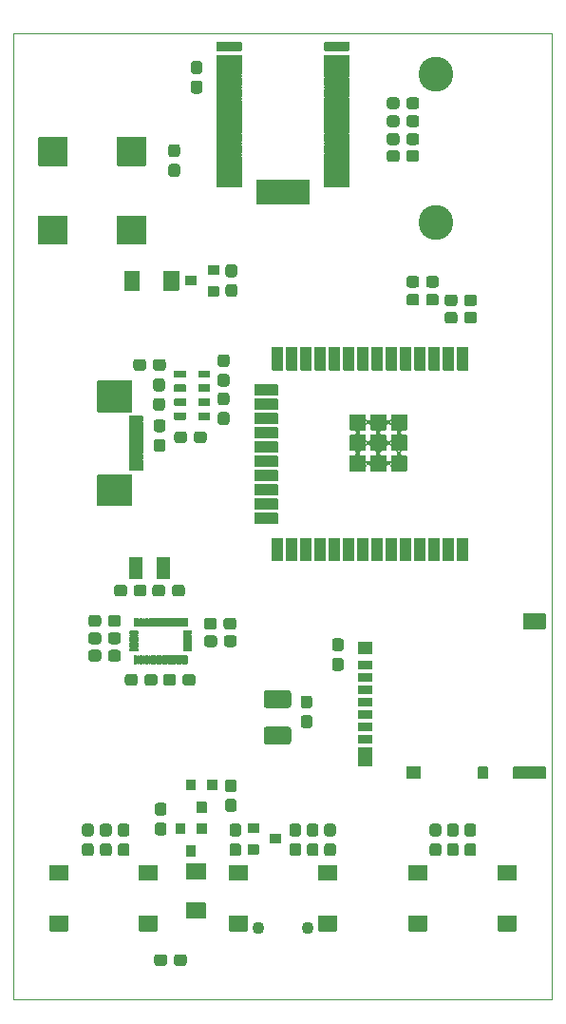
<source format=gts>
G04 #@! TF.GenerationSoftware,KiCad,Pcbnew,5.1.8-db9833491~88~ubuntu20.04.1*
G04 #@! TF.CreationDate,2020-12-09T06:14:29+01:00*
G04 #@! TF.ProjectId,v1,76312e6b-6963-4616-945f-706362585858,rev?*
G04 #@! TF.SameCoordinates,Original*
G04 #@! TF.FileFunction,Soldermask,Top*
G04 #@! TF.FilePolarity,Negative*
%FSLAX46Y46*%
G04 Gerber Fmt 4.6, Leading zero omitted, Abs format (unit mm)*
G04 Created by KiCad (PCBNEW 5.1.8-db9833491~88~ubuntu20.04.1) date 2020-12-09 06:14:29*
%MOMM*%
%LPD*%
G01*
G04 APERTURE LIST*
G04 #@! TA.AperFunction,Profile*
%ADD10C,0.050000*%
G04 #@! TD*
%ADD11C,3.102000*%
%ADD12C,0.402000*%
%ADD13C,1.102000*%
%ADD14C,0.100000*%
G04 APERTURE END LIST*
D10*
X120000000Y-72000000D02*
X168000000Y-72000000D01*
X120000000Y-72000000D02*
X120000000Y-158000000D01*
X168000000Y-158000000D02*
X168000000Y-72000000D01*
X120000000Y-158000000D02*
X168000000Y-158000000D01*
X120000000Y-72000000D02*
X168000000Y-72000000D01*
X120000000Y-72000000D02*
X120000000Y-158000000D01*
X168000000Y-158000000D02*
X168000000Y-72000000D01*
X120000000Y-158000000D02*
X168000000Y-158000000D01*
D11*
X157600000Y-88800000D03*
X157600000Y-75600000D03*
G36*
G01*
X139663000Y-93701000D02*
X139137000Y-93701000D01*
G75*
G02*
X138874000Y-93438000I0J263000D01*
G01*
X138874000Y-92812000D01*
G75*
G02*
X139137000Y-92549000I263000J0D01*
G01*
X139663000Y-92549000D01*
G75*
G02*
X139926000Y-92812000I0J-263000D01*
G01*
X139926000Y-93438000D01*
G75*
G02*
X139663000Y-93701000I-263000J0D01*
G01*
G37*
G36*
G01*
X139663000Y-95451000D02*
X139137000Y-95451000D01*
G75*
G02*
X138874000Y-95188000I0J263000D01*
G01*
X138874000Y-94562000D01*
G75*
G02*
X139137000Y-94299000I263000J0D01*
G01*
X139663000Y-94299000D01*
G75*
G02*
X139926000Y-94562000I0J-263000D01*
G01*
X139926000Y-95188000D01*
G75*
G02*
X139663000Y-95451000I-263000J0D01*
G01*
G37*
G36*
G01*
X127499999Y-111279000D02*
X130500001Y-111279000D01*
G75*
G02*
X130551000Y-111329999I0J-50999D01*
G01*
X130551000Y-114030001D01*
G75*
G02*
X130500001Y-114081000I-50999J0D01*
G01*
X127499999Y-114081000D01*
G75*
G02*
X127449000Y-114030001I0J50999D01*
G01*
X127449000Y-111329999D01*
G75*
G02*
X127499999Y-111279000I50999J0D01*
G01*
G37*
G36*
G01*
X127499999Y-102919000D02*
X130500001Y-102919000D01*
G75*
G02*
X130551000Y-102969999I0J-50999D01*
G01*
X130551000Y-105670001D01*
G75*
G02*
X130500001Y-105721000I-50999J0D01*
G01*
X127499999Y-105721000D01*
G75*
G02*
X127449000Y-105670001I0J50999D01*
G01*
X127449000Y-102969999D01*
G75*
G02*
X127499999Y-102919000I50999J0D01*
G01*
G37*
G36*
G01*
X130300000Y-106049000D02*
X131500000Y-106049000D01*
G75*
G02*
X131551000Y-106100000I0J-51000D01*
G01*
X131551000Y-106400000D01*
G75*
G02*
X131500000Y-106451000I-51000J0D01*
G01*
X130300000Y-106451000D01*
G75*
G02*
X130249000Y-106400000I0J51000D01*
G01*
X130249000Y-106100000D01*
G75*
G02*
X130300000Y-106049000I51000J0D01*
G01*
G37*
G36*
G01*
X130300000Y-106549000D02*
X131500000Y-106549000D01*
G75*
G02*
X131551000Y-106600000I0J-51000D01*
G01*
X131551000Y-106900000D01*
G75*
G02*
X131500000Y-106951000I-51000J0D01*
G01*
X130300000Y-106951000D01*
G75*
G02*
X130249000Y-106900000I0J51000D01*
G01*
X130249000Y-106600000D01*
G75*
G02*
X130300000Y-106549000I51000J0D01*
G01*
G37*
G36*
G01*
X130300000Y-107049000D02*
X131500000Y-107049000D01*
G75*
G02*
X131551000Y-107100000I0J-51000D01*
G01*
X131551000Y-107400000D01*
G75*
G02*
X131500000Y-107451000I-51000J0D01*
G01*
X130300000Y-107451000D01*
G75*
G02*
X130249000Y-107400000I0J51000D01*
G01*
X130249000Y-107100000D01*
G75*
G02*
X130300000Y-107049000I51000J0D01*
G01*
G37*
G36*
G01*
X130300000Y-107549000D02*
X131500000Y-107549000D01*
G75*
G02*
X131551000Y-107600000I0J-51000D01*
G01*
X131551000Y-107900000D01*
G75*
G02*
X131500000Y-107951000I-51000J0D01*
G01*
X130300000Y-107951000D01*
G75*
G02*
X130249000Y-107900000I0J51000D01*
G01*
X130249000Y-107600000D01*
G75*
G02*
X130300000Y-107549000I51000J0D01*
G01*
G37*
G36*
G01*
X130300000Y-108049000D02*
X131500000Y-108049000D01*
G75*
G02*
X131551000Y-108100000I0J-51000D01*
G01*
X131551000Y-108400000D01*
G75*
G02*
X131500000Y-108451000I-51000J0D01*
G01*
X130300000Y-108451000D01*
G75*
G02*
X130249000Y-108400000I0J51000D01*
G01*
X130249000Y-108100000D01*
G75*
G02*
X130300000Y-108049000I51000J0D01*
G01*
G37*
G36*
G01*
X130300000Y-108549000D02*
X131500000Y-108549000D01*
G75*
G02*
X131551000Y-108600000I0J-51000D01*
G01*
X131551000Y-108900000D01*
G75*
G02*
X131500000Y-108951000I-51000J0D01*
G01*
X130300000Y-108951000D01*
G75*
G02*
X130249000Y-108900000I0J51000D01*
G01*
X130249000Y-108600000D01*
G75*
G02*
X130300000Y-108549000I51000J0D01*
G01*
G37*
G36*
G01*
X130300000Y-109049000D02*
X131500000Y-109049000D01*
G75*
G02*
X131551000Y-109100000I0J-51000D01*
G01*
X131551000Y-109400000D01*
G75*
G02*
X131500000Y-109451000I-51000J0D01*
G01*
X130300000Y-109451000D01*
G75*
G02*
X130249000Y-109400000I0J51000D01*
G01*
X130249000Y-109100000D01*
G75*
G02*
X130300000Y-109049000I51000J0D01*
G01*
G37*
G36*
G01*
X130300000Y-109549000D02*
X131500000Y-109549000D01*
G75*
G02*
X131551000Y-109600000I0J-51000D01*
G01*
X131551000Y-109900000D01*
G75*
G02*
X131500000Y-109951000I-51000J0D01*
G01*
X130300000Y-109951000D01*
G75*
G02*
X130249000Y-109900000I0J51000D01*
G01*
X130249000Y-109600000D01*
G75*
G02*
X130300000Y-109549000I51000J0D01*
G01*
G37*
G36*
G01*
X130300000Y-110049000D02*
X131500000Y-110049000D01*
G75*
G02*
X131551000Y-110100000I0J-51000D01*
G01*
X131551000Y-110400000D01*
G75*
G02*
X131500000Y-110451000I-51000J0D01*
G01*
X130300000Y-110451000D01*
G75*
G02*
X130249000Y-110400000I0J51000D01*
G01*
X130249000Y-110100000D01*
G75*
G02*
X130300000Y-110049000I51000J0D01*
G01*
G37*
G36*
G01*
X130300000Y-110549000D02*
X131500000Y-110549000D01*
G75*
G02*
X131551000Y-110600000I0J-51000D01*
G01*
X131551000Y-110900000D01*
G75*
G02*
X131500000Y-110951000I-51000J0D01*
G01*
X130300000Y-110951000D01*
G75*
G02*
X130249000Y-110900000I0J51000D01*
G01*
X130249000Y-110600000D01*
G75*
G02*
X130300000Y-110549000I51000J0D01*
G01*
G37*
G36*
G01*
X133951000Y-118650000D02*
X133951000Y-120550000D01*
G75*
G02*
X133900000Y-120601000I-51000J0D01*
G01*
X132800000Y-120601000D01*
G75*
G02*
X132749000Y-120550000I0J51000D01*
G01*
X132749000Y-118650000D01*
G75*
G02*
X132800000Y-118599000I51000J0D01*
G01*
X133900000Y-118599000D01*
G75*
G02*
X133951000Y-118650000I0J-51000D01*
G01*
G37*
G36*
G01*
X131451000Y-118650000D02*
X131451000Y-120550000D01*
G75*
G02*
X131400000Y-120601000I-51000J0D01*
G01*
X130300000Y-120601000D01*
G75*
G02*
X130249000Y-120550000I0J51000D01*
G01*
X130249000Y-118650000D01*
G75*
G02*
X130300000Y-118599000I51000J0D01*
G01*
X131400000Y-118599000D01*
G75*
G02*
X131451000Y-118650000I0J-51000D01*
G01*
G37*
G36*
G01*
X136449000Y-106350000D02*
X136449000Y-105800000D01*
G75*
G02*
X136500000Y-105749000I51000J0D01*
G01*
X137450000Y-105749000D01*
G75*
G02*
X137501000Y-105800000I0J-51000D01*
G01*
X137501000Y-106350000D01*
G75*
G02*
X137450000Y-106401000I-51000J0D01*
G01*
X136500000Y-106401000D01*
G75*
G02*
X136449000Y-106350000I0J51000D01*
G01*
G37*
G36*
G01*
X136449000Y-105100000D02*
X136449000Y-104550000D01*
G75*
G02*
X136500000Y-104499000I51000J0D01*
G01*
X137450000Y-104499000D01*
G75*
G02*
X137501000Y-104550000I0J-51000D01*
G01*
X137501000Y-105100000D01*
G75*
G02*
X137450000Y-105151000I-51000J0D01*
G01*
X136500000Y-105151000D01*
G75*
G02*
X136449000Y-105100000I0J51000D01*
G01*
G37*
G36*
G01*
X136449000Y-103850000D02*
X136449000Y-103300000D01*
G75*
G02*
X136500000Y-103249000I51000J0D01*
G01*
X137450000Y-103249000D01*
G75*
G02*
X137501000Y-103300000I0J-51000D01*
G01*
X137501000Y-103850000D01*
G75*
G02*
X137450000Y-103901000I-51000J0D01*
G01*
X136500000Y-103901000D01*
G75*
G02*
X136449000Y-103850000I0J51000D01*
G01*
G37*
G36*
G01*
X136449000Y-102600000D02*
X136449000Y-102050000D01*
G75*
G02*
X136500000Y-101999000I51000J0D01*
G01*
X137450000Y-101999000D01*
G75*
G02*
X137501000Y-102050000I0J-51000D01*
G01*
X137501000Y-102600000D01*
G75*
G02*
X137450000Y-102651000I-51000J0D01*
G01*
X136500000Y-102651000D01*
G75*
G02*
X136449000Y-102600000I0J51000D01*
G01*
G37*
G36*
G01*
X134299000Y-105100000D02*
X134299000Y-104550000D01*
G75*
G02*
X134350000Y-104499000I51000J0D01*
G01*
X135300000Y-104499000D01*
G75*
G02*
X135351000Y-104550000I0J-51000D01*
G01*
X135351000Y-105100000D01*
G75*
G02*
X135300000Y-105151000I-51000J0D01*
G01*
X134350000Y-105151000D01*
G75*
G02*
X134299000Y-105100000I0J51000D01*
G01*
G37*
G36*
G01*
X134299000Y-103850000D02*
X134299000Y-103300000D01*
G75*
G02*
X134350000Y-103249000I51000J0D01*
G01*
X135300000Y-103249000D01*
G75*
G02*
X135351000Y-103300000I0J-51000D01*
G01*
X135351000Y-103850000D01*
G75*
G02*
X135300000Y-103901000I-51000J0D01*
G01*
X134350000Y-103901000D01*
G75*
G02*
X134299000Y-103850000I0J51000D01*
G01*
G37*
G36*
G01*
X134299000Y-102600000D02*
X134299000Y-102050000D01*
G75*
G02*
X134350000Y-101999000I51000J0D01*
G01*
X135300000Y-101999000D01*
G75*
G02*
X135351000Y-102050000I0J-51000D01*
G01*
X135351000Y-102600000D01*
G75*
G02*
X135300000Y-102651000I-51000J0D01*
G01*
X134350000Y-102651000D01*
G75*
G02*
X134299000Y-102600000I0J51000D01*
G01*
G37*
G36*
G01*
X134299000Y-106350000D02*
X134299000Y-105800000D01*
G75*
G02*
X134350000Y-105749000I51000J0D01*
G01*
X135300000Y-105749000D01*
G75*
G02*
X135351000Y-105800000I0J-51000D01*
G01*
X135351000Y-106350000D01*
G75*
G02*
X135300000Y-106401000I-51000J0D01*
G01*
X134350000Y-106401000D01*
G75*
G02*
X134299000Y-106350000I0J51000D01*
G01*
G37*
G36*
G01*
X135825001Y-127028000D02*
X135149999Y-127028000D01*
G75*
G02*
X135099000Y-126977001I0J50999D01*
G01*
X135099000Y-126722999D01*
G75*
G02*
X135149999Y-126672000I50999J0D01*
G01*
X135825001Y-126672000D01*
G75*
G02*
X135876000Y-126722999I0J-50999D01*
G01*
X135876000Y-126977001D01*
G75*
G02*
X135825001Y-127028000I-50999J0D01*
G01*
G37*
G36*
G01*
X135825001Y-126528000D02*
X135149999Y-126528000D01*
G75*
G02*
X135099000Y-126477001I0J50999D01*
G01*
X135099000Y-126222999D01*
G75*
G02*
X135149999Y-126172000I50999J0D01*
G01*
X135825001Y-126172000D01*
G75*
G02*
X135876000Y-126222999I0J-50999D01*
G01*
X135876000Y-126477001D01*
G75*
G02*
X135825001Y-126528000I-50999J0D01*
G01*
G37*
G36*
G01*
X135825001Y-126028000D02*
X135149999Y-126028000D01*
G75*
G02*
X135099000Y-125977001I0J50999D01*
G01*
X135099000Y-125722999D01*
G75*
G02*
X135149999Y-125672000I50999J0D01*
G01*
X135825001Y-125672000D01*
G75*
G02*
X135876000Y-125722999I0J-50999D01*
G01*
X135876000Y-125977001D01*
G75*
G02*
X135825001Y-126028000I-50999J0D01*
G01*
G37*
G36*
G01*
X135172000Y-128100001D02*
X135172000Y-127424999D01*
G75*
G02*
X135222999Y-127374000I50999J0D01*
G01*
X135477001Y-127374000D01*
G75*
G02*
X135528000Y-127424999I0J-50999D01*
G01*
X135528000Y-128100001D01*
G75*
G02*
X135477001Y-128151000I-50999J0D01*
G01*
X135222999Y-128151000D01*
G75*
G02*
X135172000Y-128100001I0J50999D01*
G01*
G37*
G36*
G01*
X134672000Y-128100001D02*
X134672000Y-127424999D01*
G75*
G02*
X134722999Y-127374000I50999J0D01*
G01*
X134977001Y-127374000D01*
G75*
G02*
X135028000Y-127424999I0J-50999D01*
G01*
X135028000Y-128100001D01*
G75*
G02*
X134977001Y-128151000I-50999J0D01*
G01*
X134722999Y-128151000D01*
G75*
G02*
X134672000Y-128100001I0J50999D01*
G01*
G37*
G36*
G01*
X134172000Y-128100001D02*
X134172000Y-127424999D01*
G75*
G02*
X134222999Y-127374000I50999J0D01*
G01*
X134477001Y-127374000D01*
G75*
G02*
X134528000Y-127424999I0J-50999D01*
G01*
X134528000Y-128100001D01*
G75*
G02*
X134477001Y-128151000I-50999J0D01*
G01*
X134222999Y-128151000D01*
G75*
G02*
X134172000Y-128100001I0J50999D01*
G01*
G37*
G36*
G01*
X133672000Y-128100001D02*
X133672000Y-127424999D01*
G75*
G02*
X133722999Y-127374000I50999J0D01*
G01*
X133977001Y-127374000D01*
G75*
G02*
X134028000Y-127424999I0J-50999D01*
G01*
X134028000Y-128100001D01*
G75*
G02*
X133977001Y-128151000I-50999J0D01*
G01*
X133722999Y-128151000D01*
G75*
G02*
X133672000Y-128100001I0J50999D01*
G01*
G37*
G36*
G01*
X133172000Y-128100001D02*
X133172000Y-127424999D01*
G75*
G02*
X133222999Y-127374000I50999J0D01*
G01*
X133477001Y-127374000D01*
G75*
G02*
X133528000Y-127424999I0J-50999D01*
G01*
X133528000Y-128100001D01*
G75*
G02*
X133477001Y-128151000I-50999J0D01*
G01*
X133222999Y-128151000D01*
G75*
G02*
X133172000Y-128100001I0J50999D01*
G01*
G37*
G36*
G01*
X132672000Y-128100001D02*
X132672000Y-127424999D01*
G75*
G02*
X132722999Y-127374000I50999J0D01*
G01*
X132977001Y-127374000D01*
G75*
G02*
X133028000Y-127424999I0J-50999D01*
G01*
X133028000Y-128100001D01*
G75*
G02*
X132977001Y-128151000I-50999J0D01*
G01*
X132722999Y-128151000D01*
G75*
G02*
X132672000Y-128100001I0J50999D01*
G01*
G37*
G36*
G01*
X132172000Y-128100001D02*
X132172000Y-127424999D01*
G75*
G02*
X132222999Y-127374000I50999J0D01*
G01*
X132477001Y-127374000D01*
G75*
G02*
X132528000Y-127424999I0J-50999D01*
G01*
X132528000Y-128100001D01*
G75*
G02*
X132477001Y-128151000I-50999J0D01*
G01*
X132222999Y-128151000D01*
G75*
G02*
X132172000Y-128100001I0J50999D01*
G01*
G37*
G36*
G01*
X131672000Y-128100001D02*
X131672000Y-127424999D01*
G75*
G02*
X131722999Y-127374000I50999J0D01*
G01*
X131977001Y-127374000D01*
G75*
G02*
X132028000Y-127424999I0J-50999D01*
G01*
X132028000Y-128100001D01*
G75*
G02*
X131977001Y-128151000I-50999J0D01*
G01*
X131722999Y-128151000D01*
G75*
G02*
X131672000Y-128100001I0J50999D01*
G01*
G37*
G36*
G01*
X131172000Y-128100001D02*
X131172000Y-127424999D01*
G75*
G02*
X131222999Y-127374000I50999J0D01*
G01*
X131477001Y-127374000D01*
G75*
G02*
X131528000Y-127424999I0J-50999D01*
G01*
X131528000Y-128100001D01*
G75*
G02*
X131477001Y-128151000I-50999J0D01*
G01*
X131222999Y-128151000D01*
G75*
G02*
X131172000Y-128100001I0J50999D01*
G01*
G37*
G36*
G01*
X135172000Y-124775001D02*
X135172000Y-124099999D01*
G75*
G02*
X135222999Y-124049000I50999J0D01*
G01*
X135477001Y-124049000D01*
G75*
G02*
X135528000Y-124099999I0J-50999D01*
G01*
X135528000Y-124775001D01*
G75*
G02*
X135477001Y-124826000I-50999J0D01*
G01*
X135222999Y-124826000D01*
G75*
G02*
X135172000Y-124775001I0J50999D01*
G01*
G37*
G36*
G01*
X134672000Y-124775001D02*
X134672000Y-124099999D01*
G75*
G02*
X134722999Y-124049000I50999J0D01*
G01*
X134977001Y-124049000D01*
G75*
G02*
X135028000Y-124099999I0J-50999D01*
G01*
X135028000Y-124775001D01*
G75*
G02*
X134977001Y-124826000I-50999J0D01*
G01*
X134722999Y-124826000D01*
G75*
G02*
X134672000Y-124775001I0J50999D01*
G01*
G37*
G36*
G01*
X134172000Y-124775001D02*
X134172000Y-124099999D01*
G75*
G02*
X134222999Y-124049000I50999J0D01*
G01*
X134477001Y-124049000D01*
G75*
G02*
X134528000Y-124099999I0J-50999D01*
G01*
X134528000Y-124775001D01*
G75*
G02*
X134477001Y-124826000I-50999J0D01*
G01*
X134222999Y-124826000D01*
G75*
G02*
X134172000Y-124775001I0J50999D01*
G01*
G37*
G36*
G01*
X133672000Y-124775001D02*
X133672000Y-124099999D01*
G75*
G02*
X133722999Y-124049000I50999J0D01*
G01*
X133977001Y-124049000D01*
G75*
G02*
X134028000Y-124099999I0J-50999D01*
G01*
X134028000Y-124775001D01*
G75*
G02*
X133977001Y-124826000I-50999J0D01*
G01*
X133722999Y-124826000D01*
G75*
G02*
X133672000Y-124775001I0J50999D01*
G01*
G37*
G36*
G01*
X133172000Y-124775001D02*
X133172000Y-124099999D01*
G75*
G02*
X133222999Y-124049000I50999J0D01*
G01*
X133477001Y-124049000D01*
G75*
G02*
X133528000Y-124099999I0J-50999D01*
G01*
X133528000Y-124775001D01*
G75*
G02*
X133477001Y-124826000I-50999J0D01*
G01*
X133222999Y-124826000D01*
G75*
G02*
X133172000Y-124775001I0J50999D01*
G01*
G37*
G36*
G01*
X132672000Y-124775001D02*
X132672000Y-124099999D01*
G75*
G02*
X132722999Y-124049000I50999J0D01*
G01*
X132977001Y-124049000D01*
G75*
G02*
X133028000Y-124099999I0J-50999D01*
G01*
X133028000Y-124775001D01*
G75*
G02*
X132977001Y-124826000I-50999J0D01*
G01*
X132722999Y-124826000D01*
G75*
G02*
X132672000Y-124775001I0J50999D01*
G01*
G37*
G36*
G01*
X132172000Y-124775001D02*
X132172000Y-124099999D01*
G75*
G02*
X132222999Y-124049000I50999J0D01*
G01*
X132477001Y-124049000D01*
G75*
G02*
X132528000Y-124099999I0J-50999D01*
G01*
X132528000Y-124775001D01*
G75*
G02*
X132477001Y-124826000I-50999J0D01*
G01*
X132222999Y-124826000D01*
G75*
G02*
X132172000Y-124775001I0J50999D01*
G01*
G37*
G36*
G01*
X131672000Y-124775001D02*
X131672000Y-124099999D01*
G75*
G02*
X131722999Y-124049000I50999J0D01*
G01*
X131977001Y-124049000D01*
G75*
G02*
X132028000Y-124099999I0J-50999D01*
G01*
X132028000Y-124775001D01*
G75*
G02*
X131977001Y-124826000I-50999J0D01*
G01*
X131722999Y-124826000D01*
G75*
G02*
X131672000Y-124775001I0J50999D01*
G01*
G37*
G36*
G01*
X131172000Y-124775001D02*
X131172000Y-124099999D01*
G75*
G02*
X131222999Y-124049000I50999J0D01*
G01*
X131477001Y-124049000D01*
G75*
G02*
X131528000Y-124099999I0J-50999D01*
G01*
X131528000Y-124775001D01*
G75*
G02*
X131477001Y-124826000I-50999J0D01*
G01*
X131222999Y-124826000D01*
G75*
G02*
X131172000Y-124775001I0J50999D01*
G01*
G37*
G36*
G01*
X131050001Y-127028000D02*
X130374999Y-127028000D01*
G75*
G02*
X130324000Y-126977001I0J50999D01*
G01*
X130324000Y-126722999D01*
G75*
G02*
X130374999Y-126672000I50999J0D01*
G01*
X131050001Y-126672000D01*
G75*
G02*
X131101000Y-126722999I0J-50999D01*
G01*
X131101000Y-126977001D01*
G75*
G02*
X131050001Y-127028000I-50999J0D01*
G01*
G37*
G36*
G01*
X131050001Y-126528000D02*
X130374999Y-126528000D01*
G75*
G02*
X130324000Y-126477001I0J50999D01*
G01*
X130324000Y-126222999D01*
G75*
G02*
X130374999Y-126172000I50999J0D01*
G01*
X131050001Y-126172000D01*
G75*
G02*
X131101000Y-126222999I0J-50999D01*
G01*
X131101000Y-126477001D01*
G75*
G02*
X131050001Y-126528000I-50999J0D01*
G01*
G37*
G36*
G01*
X131050001Y-126028000D02*
X130374999Y-126028000D01*
G75*
G02*
X130324000Y-125977001I0J50999D01*
G01*
X130324000Y-125722999D01*
G75*
G02*
X130374999Y-125672000I50999J0D01*
G01*
X131050001Y-125672000D01*
G75*
G02*
X131101000Y-125722999I0J-50999D01*
G01*
X131101000Y-125977001D01*
G75*
G02*
X131050001Y-126028000I-50999J0D01*
G01*
G37*
G36*
G01*
X130672000Y-124775001D02*
X130672000Y-124099999D01*
G75*
G02*
X130722999Y-124049000I50999J0D01*
G01*
X130977001Y-124049000D01*
G75*
G02*
X131028000Y-124099999I0J-50999D01*
G01*
X131028000Y-124775001D01*
G75*
G02*
X130977001Y-124826000I-50999J0D01*
G01*
X130722999Y-124826000D01*
G75*
G02*
X130672000Y-124775001I0J50999D01*
G01*
G37*
G36*
G01*
X131050001Y-125528000D02*
X130374999Y-125528000D01*
G75*
G02*
X130324000Y-125477001I0J50999D01*
G01*
X130324000Y-125222999D01*
G75*
G02*
X130374999Y-125172000I50999J0D01*
G01*
X131050001Y-125172000D01*
G75*
G02*
X131101000Y-125222999I0J-50999D01*
G01*
X131101000Y-125477001D01*
G75*
G02*
X131050001Y-125528000I-50999J0D01*
G01*
G37*
G36*
G01*
X130672000Y-128100001D02*
X130672000Y-127424999D01*
G75*
G02*
X130722999Y-127374000I50999J0D01*
G01*
X130977001Y-127374000D01*
G75*
G02*
X131028000Y-127424999I0J-50999D01*
G01*
X131028000Y-128100001D01*
G75*
G02*
X130977001Y-128151000I-50999J0D01*
G01*
X130722999Y-128151000D01*
G75*
G02*
X130672000Y-128100001I0J50999D01*
G01*
G37*
G36*
G01*
X135825001Y-125528000D02*
X135149999Y-125528000D01*
G75*
G02*
X135099000Y-125477001I0J50999D01*
G01*
X135099000Y-125222999D01*
G75*
G02*
X135149999Y-125172000I50999J0D01*
G01*
X135825001Y-125172000D01*
G75*
G02*
X135876000Y-125222999I0J-50999D01*
G01*
X135876000Y-125477001D01*
G75*
G02*
X135825001Y-125528000I-50999J0D01*
G01*
G37*
G36*
G01*
X146401000Y-85024999D02*
X146401000Y-87175001D01*
G75*
G02*
X146350001Y-87226000I-50999J0D01*
G01*
X145649999Y-87226000D01*
G75*
G02*
X145599000Y-87175001I0J50999D01*
G01*
X145599000Y-85024999D01*
G75*
G02*
X145649999Y-84974000I50999J0D01*
G01*
X146350001Y-84974000D01*
G75*
G02*
X146401000Y-85024999I0J-50999D01*
G01*
G37*
G36*
G01*
X145401000Y-85024999D02*
X145401000Y-87175001D01*
G75*
G02*
X145350001Y-87226000I-50999J0D01*
G01*
X144649999Y-87226000D01*
G75*
G02*
X144599000Y-87175001I0J50999D01*
G01*
X144599000Y-85024999D01*
G75*
G02*
X144649999Y-84974000I50999J0D01*
G01*
X145350001Y-84974000D01*
G75*
G02*
X145401000Y-85024999I0J-50999D01*
G01*
G37*
G36*
G01*
X144401000Y-85024999D02*
X144401000Y-87175001D01*
G75*
G02*
X144350001Y-87226000I-50999J0D01*
G01*
X143649999Y-87226000D01*
G75*
G02*
X143599000Y-87175001I0J50999D01*
G01*
X143599000Y-85024999D01*
G75*
G02*
X143649999Y-84974000I50999J0D01*
G01*
X144350001Y-84974000D01*
G75*
G02*
X144401000Y-85024999I0J-50999D01*
G01*
G37*
G36*
G01*
X143401000Y-85024999D02*
X143401000Y-87175001D01*
G75*
G02*
X143350001Y-87226000I-50999J0D01*
G01*
X142649999Y-87226000D01*
G75*
G02*
X142599000Y-87175001I0J50999D01*
G01*
X142599000Y-85024999D01*
G75*
G02*
X142649999Y-84974000I50999J0D01*
G01*
X143350001Y-84974000D01*
G75*
G02*
X143401000Y-85024999I0J-50999D01*
G01*
G37*
G36*
G01*
X142401000Y-85024999D02*
X142401000Y-87175001D01*
G75*
G02*
X142350001Y-87226000I-50999J0D01*
G01*
X141649999Y-87226000D01*
G75*
G02*
X141599000Y-87175001I0J50999D01*
G01*
X141599000Y-85024999D01*
G75*
G02*
X141649999Y-84974000I50999J0D01*
G01*
X142350001Y-84974000D01*
G75*
G02*
X142401000Y-85024999I0J-50999D01*
G01*
G37*
G36*
G01*
X140326000Y-84949999D02*
X140326000Y-85650001D01*
G75*
G02*
X140275001Y-85701000I-50999J0D01*
G01*
X138124999Y-85701000D01*
G75*
G02*
X138074000Y-85650001I0J50999D01*
G01*
X138074000Y-84949999D01*
G75*
G02*
X138124999Y-84899000I50999J0D01*
G01*
X140275001Y-84899000D01*
G75*
G02*
X140326000Y-84949999I0J-50999D01*
G01*
G37*
G36*
G01*
X140326000Y-83949999D02*
X140326000Y-84650001D01*
G75*
G02*
X140275001Y-84701000I-50999J0D01*
G01*
X138124999Y-84701000D01*
G75*
G02*
X138074000Y-84650001I0J50999D01*
G01*
X138074000Y-83949999D01*
G75*
G02*
X138124999Y-83899000I50999J0D01*
G01*
X140275001Y-83899000D01*
G75*
G02*
X140326000Y-83949999I0J-50999D01*
G01*
G37*
G36*
G01*
X140326000Y-82949999D02*
X140326000Y-83650001D01*
G75*
G02*
X140275001Y-83701000I-50999J0D01*
G01*
X138124999Y-83701000D01*
G75*
G02*
X138074000Y-83650001I0J50999D01*
G01*
X138074000Y-82949999D01*
G75*
G02*
X138124999Y-82899000I50999J0D01*
G01*
X140275001Y-82899000D01*
G75*
G02*
X140326000Y-82949999I0J-50999D01*
G01*
G37*
G36*
G01*
X140326000Y-81949999D02*
X140326000Y-82650001D01*
G75*
G02*
X140275001Y-82701000I-50999J0D01*
G01*
X138124999Y-82701000D01*
G75*
G02*
X138074000Y-82650001I0J50999D01*
G01*
X138074000Y-81949999D01*
G75*
G02*
X138124999Y-81899000I50999J0D01*
G01*
X140275001Y-81899000D01*
G75*
G02*
X140326000Y-81949999I0J-50999D01*
G01*
G37*
G36*
G01*
X140326000Y-80949999D02*
X140326000Y-81650001D01*
G75*
G02*
X140275001Y-81701000I-50999J0D01*
G01*
X138124999Y-81701000D01*
G75*
G02*
X138074000Y-81650001I0J50999D01*
G01*
X138074000Y-80949999D01*
G75*
G02*
X138124999Y-80899000I50999J0D01*
G01*
X140275001Y-80899000D01*
G75*
G02*
X140326000Y-80949999I0J-50999D01*
G01*
G37*
G36*
G01*
X140326000Y-79949999D02*
X140326000Y-80650001D01*
G75*
G02*
X140275001Y-80701000I-50999J0D01*
G01*
X138124999Y-80701000D01*
G75*
G02*
X138074000Y-80650001I0J50999D01*
G01*
X138074000Y-79949999D01*
G75*
G02*
X138124999Y-79899000I50999J0D01*
G01*
X140275001Y-79899000D01*
G75*
G02*
X140326000Y-79949999I0J-50999D01*
G01*
G37*
G36*
G01*
X140326000Y-78949999D02*
X140326000Y-79650001D01*
G75*
G02*
X140275001Y-79701000I-50999J0D01*
G01*
X138124999Y-79701000D01*
G75*
G02*
X138074000Y-79650001I0J50999D01*
G01*
X138074000Y-78949999D01*
G75*
G02*
X138124999Y-78899000I50999J0D01*
G01*
X140275001Y-78899000D01*
G75*
G02*
X140326000Y-78949999I0J-50999D01*
G01*
G37*
G36*
G01*
X140326000Y-77949999D02*
X140326000Y-78650001D01*
G75*
G02*
X140275001Y-78701000I-50999J0D01*
G01*
X138124999Y-78701000D01*
G75*
G02*
X138074000Y-78650001I0J50999D01*
G01*
X138074000Y-77949999D01*
G75*
G02*
X138124999Y-77899000I50999J0D01*
G01*
X140275001Y-77899000D01*
G75*
G02*
X140326000Y-77949999I0J-50999D01*
G01*
G37*
G36*
G01*
X140326000Y-76949999D02*
X140326000Y-77650001D01*
G75*
G02*
X140275001Y-77701000I-50999J0D01*
G01*
X138124999Y-77701000D01*
G75*
G02*
X138074000Y-77650001I0J50999D01*
G01*
X138074000Y-76949999D01*
G75*
G02*
X138124999Y-76899000I50999J0D01*
G01*
X140275001Y-76899000D01*
G75*
G02*
X140326000Y-76949999I0J-50999D01*
G01*
G37*
G36*
G01*
X140326000Y-75949999D02*
X140326000Y-76650001D01*
G75*
G02*
X140275001Y-76701000I-50999J0D01*
G01*
X138124999Y-76701000D01*
G75*
G02*
X138074000Y-76650001I0J50999D01*
G01*
X138074000Y-75949999D01*
G75*
G02*
X138124999Y-75899000I50999J0D01*
G01*
X140275001Y-75899000D01*
G75*
G02*
X140326000Y-75949999I0J-50999D01*
G01*
G37*
G36*
G01*
X140326000Y-74949999D02*
X140326000Y-75650001D01*
G75*
G02*
X140275001Y-75701000I-50999J0D01*
G01*
X138124999Y-75701000D01*
G75*
G02*
X138074000Y-75650001I0J50999D01*
G01*
X138074000Y-74949999D01*
G75*
G02*
X138124999Y-74899000I50999J0D01*
G01*
X140275001Y-74899000D01*
G75*
G02*
X140326000Y-74949999I0J-50999D01*
G01*
G37*
G36*
G01*
X140326000Y-73949999D02*
X140326000Y-74650001D01*
G75*
G02*
X140275001Y-74701000I-50999J0D01*
G01*
X138124999Y-74701000D01*
G75*
G02*
X138074000Y-74650001I0J50999D01*
G01*
X138074000Y-73949999D01*
G75*
G02*
X138124999Y-73899000I50999J0D01*
G01*
X140275001Y-73899000D01*
G75*
G02*
X140326000Y-73949999I0J-50999D01*
G01*
G37*
G36*
G01*
X140326000Y-72799999D02*
X140326000Y-73500001D01*
G75*
G02*
X140275001Y-73551000I-50999J0D01*
G01*
X138124999Y-73551000D01*
G75*
G02*
X138074000Y-73500001I0J50999D01*
G01*
X138074000Y-72799999D01*
G75*
G02*
X138124999Y-72749000I50999J0D01*
G01*
X140275001Y-72749000D01*
G75*
G02*
X140326000Y-72799999I0J-50999D01*
G01*
G37*
G36*
G01*
X149926000Y-72799999D02*
X149926000Y-73500001D01*
G75*
G02*
X149875001Y-73551000I-50999J0D01*
G01*
X147724999Y-73551000D01*
G75*
G02*
X147674000Y-73500001I0J50999D01*
G01*
X147674000Y-72799999D01*
G75*
G02*
X147724999Y-72749000I50999J0D01*
G01*
X149875001Y-72749000D01*
G75*
G02*
X149926000Y-72799999I0J-50999D01*
G01*
G37*
G36*
G01*
X149926000Y-73949999D02*
X149926000Y-74650001D01*
G75*
G02*
X149875001Y-74701000I-50999J0D01*
G01*
X147724999Y-74701000D01*
G75*
G02*
X147674000Y-74650001I0J50999D01*
G01*
X147674000Y-73949999D01*
G75*
G02*
X147724999Y-73899000I50999J0D01*
G01*
X149875001Y-73899000D01*
G75*
G02*
X149926000Y-73949999I0J-50999D01*
G01*
G37*
G36*
G01*
X149926000Y-74949999D02*
X149926000Y-75650001D01*
G75*
G02*
X149875001Y-75701000I-50999J0D01*
G01*
X147724999Y-75701000D01*
G75*
G02*
X147674000Y-75650001I0J50999D01*
G01*
X147674000Y-74949999D01*
G75*
G02*
X147724999Y-74899000I50999J0D01*
G01*
X149875001Y-74899000D01*
G75*
G02*
X149926000Y-74949999I0J-50999D01*
G01*
G37*
G36*
G01*
X149926000Y-75949999D02*
X149926000Y-76650001D01*
G75*
G02*
X149875001Y-76701000I-50999J0D01*
G01*
X147724999Y-76701000D01*
G75*
G02*
X147674000Y-76650001I0J50999D01*
G01*
X147674000Y-75949999D01*
G75*
G02*
X147724999Y-75899000I50999J0D01*
G01*
X149875001Y-75899000D01*
G75*
G02*
X149926000Y-75949999I0J-50999D01*
G01*
G37*
G36*
G01*
X149926000Y-76949999D02*
X149926000Y-77650001D01*
G75*
G02*
X149875001Y-77701000I-50999J0D01*
G01*
X147724999Y-77701000D01*
G75*
G02*
X147674000Y-77650001I0J50999D01*
G01*
X147674000Y-76949999D01*
G75*
G02*
X147724999Y-76899000I50999J0D01*
G01*
X149875001Y-76899000D01*
G75*
G02*
X149926000Y-76949999I0J-50999D01*
G01*
G37*
G36*
G01*
X149926000Y-77949999D02*
X149926000Y-78650001D01*
G75*
G02*
X149875001Y-78701000I-50999J0D01*
G01*
X147724999Y-78701000D01*
G75*
G02*
X147674000Y-78650001I0J50999D01*
G01*
X147674000Y-77949999D01*
G75*
G02*
X147724999Y-77899000I50999J0D01*
G01*
X149875001Y-77899000D01*
G75*
G02*
X149926000Y-77949999I0J-50999D01*
G01*
G37*
G36*
G01*
X149926000Y-78949999D02*
X149926000Y-79650001D01*
G75*
G02*
X149875001Y-79701000I-50999J0D01*
G01*
X147724999Y-79701000D01*
G75*
G02*
X147674000Y-79650001I0J50999D01*
G01*
X147674000Y-78949999D01*
G75*
G02*
X147724999Y-78899000I50999J0D01*
G01*
X149875001Y-78899000D01*
G75*
G02*
X149926000Y-78949999I0J-50999D01*
G01*
G37*
G36*
G01*
X149926000Y-79949999D02*
X149926000Y-80650001D01*
G75*
G02*
X149875001Y-80701000I-50999J0D01*
G01*
X147724999Y-80701000D01*
G75*
G02*
X147674000Y-80650001I0J50999D01*
G01*
X147674000Y-79949999D01*
G75*
G02*
X147724999Y-79899000I50999J0D01*
G01*
X149875001Y-79899000D01*
G75*
G02*
X149926000Y-79949999I0J-50999D01*
G01*
G37*
G36*
G01*
X149926000Y-80949999D02*
X149926000Y-81650001D01*
G75*
G02*
X149875001Y-81701000I-50999J0D01*
G01*
X147724999Y-81701000D01*
G75*
G02*
X147674000Y-81650001I0J50999D01*
G01*
X147674000Y-80949999D01*
G75*
G02*
X147724999Y-80899000I50999J0D01*
G01*
X149875001Y-80899000D01*
G75*
G02*
X149926000Y-80949999I0J-50999D01*
G01*
G37*
G36*
G01*
X149926000Y-81949999D02*
X149926000Y-82650001D01*
G75*
G02*
X149875001Y-82701000I-50999J0D01*
G01*
X147724999Y-82701000D01*
G75*
G02*
X147674000Y-82650001I0J50999D01*
G01*
X147674000Y-81949999D01*
G75*
G02*
X147724999Y-81899000I50999J0D01*
G01*
X149875001Y-81899000D01*
G75*
G02*
X149926000Y-81949999I0J-50999D01*
G01*
G37*
G36*
G01*
X149926000Y-82949999D02*
X149926000Y-83650001D01*
G75*
G02*
X149875001Y-83701000I-50999J0D01*
G01*
X147724999Y-83701000D01*
G75*
G02*
X147674000Y-83650001I0J50999D01*
G01*
X147674000Y-82949999D01*
G75*
G02*
X147724999Y-82899000I50999J0D01*
G01*
X149875001Y-82899000D01*
G75*
G02*
X149926000Y-82949999I0J-50999D01*
G01*
G37*
G36*
G01*
X149926000Y-83949999D02*
X149926000Y-84650001D01*
G75*
G02*
X149875001Y-84701000I-50999J0D01*
G01*
X147724999Y-84701000D01*
G75*
G02*
X147674000Y-84650001I0J50999D01*
G01*
X147674000Y-83949999D01*
G75*
G02*
X147724999Y-83899000I50999J0D01*
G01*
X149875001Y-83899000D01*
G75*
G02*
X149926000Y-83949999I0J-50999D01*
G01*
G37*
G36*
G01*
X149926000Y-84949999D02*
X149926000Y-85650001D01*
G75*
G02*
X149875001Y-85701000I-50999J0D01*
G01*
X147724999Y-85701000D01*
G75*
G02*
X147674000Y-85650001I0J50999D01*
G01*
X147674000Y-84949999D01*
G75*
G02*
X147724999Y-84899000I50999J0D01*
G01*
X149875001Y-84899000D01*
G75*
G02*
X149926000Y-84949999I0J-50999D01*
G01*
G37*
D12*
X150675000Y-109367500D03*
X150675000Y-107532500D03*
X151592500Y-110285000D03*
X151592500Y-108450000D03*
X151592500Y-106615000D03*
X152510000Y-109367500D03*
X152510000Y-107532500D03*
X153427500Y-110285000D03*
X153427500Y-108450000D03*
X153427500Y-106615000D03*
X154345000Y-109367500D03*
X154345000Y-107532500D03*
G36*
G01*
X150009999Y-109569000D02*
X151340001Y-109569000D01*
G75*
G02*
X151391000Y-109619999I0J-50999D01*
G01*
X151391000Y-110950001D01*
G75*
G02*
X151340001Y-111001000I-50999J0D01*
G01*
X150009999Y-111001000D01*
G75*
G02*
X149959000Y-110950001I0J50999D01*
G01*
X149959000Y-109619999D01*
G75*
G02*
X150009999Y-109569000I50999J0D01*
G01*
G37*
G36*
G01*
X150009999Y-107734000D02*
X151340001Y-107734000D01*
G75*
G02*
X151391000Y-107784999I0J-50999D01*
G01*
X151391000Y-109115001D01*
G75*
G02*
X151340001Y-109166000I-50999J0D01*
G01*
X150009999Y-109166000D01*
G75*
G02*
X149959000Y-109115001I0J50999D01*
G01*
X149959000Y-107784999D01*
G75*
G02*
X150009999Y-107734000I50999J0D01*
G01*
G37*
G36*
G01*
X150009999Y-105899000D02*
X151340001Y-105899000D01*
G75*
G02*
X151391000Y-105949999I0J-50999D01*
G01*
X151391000Y-107280001D01*
G75*
G02*
X151340001Y-107331000I-50999J0D01*
G01*
X150009999Y-107331000D01*
G75*
G02*
X149959000Y-107280001I0J50999D01*
G01*
X149959000Y-105949999D01*
G75*
G02*
X150009999Y-105899000I50999J0D01*
G01*
G37*
G36*
G01*
X151844999Y-109569000D02*
X153175001Y-109569000D01*
G75*
G02*
X153226000Y-109619999I0J-50999D01*
G01*
X153226000Y-110950001D01*
G75*
G02*
X153175001Y-111001000I-50999J0D01*
G01*
X151844999Y-111001000D01*
G75*
G02*
X151794000Y-110950001I0J50999D01*
G01*
X151794000Y-109619999D01*
G75*
G02*
X151844999Y-109569000I50999J0D01*
G01*
G37*
G36*
G01*
X151844999Y-107734000D02*
X153175001Y-107734000D01*
G75*
G02*
X153226000Y-107784999I0J-50999D01*
G01*
X153226000Y-109115001D01*
G75*
G02*
X153175001Y-109166000I-50999J0D01*
G01*
X151844999Y-109166000D01*
G75*
G02*
X151794000Y-109115001I0J50999D01*
G01*
X151794000Y-107784999D01*
G75*
G02*
X151844999Y-107734000I50999J0D01*
G01*
G37*
G36*
G01*
X151844999Y-105899000D02*
X153175001Y-105899000D01*
G75*
G02*
X153226000Y-105949999I0J-50999D01*
G01*
X153226000Y-107280001D01*
G75*
G02*
X153175001Y-107331000I-50999J0D01*
G01*
X151844999Y-107331000D01*
G75*
G02*
X151794000Y-107280001I0J50999D01*
G01*
X151794000Y-105949999D01*
G75*
G02*
X151844999Y-105899000I50999J0D01*
G01*
G37*
G36*
G01*
X153679999Y-109569000D02*
X155010001Y-109569000D01*
G75*
G02*
X155061000Y-109619999I0J-50999D01*
G01*
X155061000Y-110950001D01*
G75*
G02*
X155010001Y-111001000I-50999J0D01*
G01*
X153679999Y-111001000D01*
G75*
G02*
X153629000Y-110950001I0J50999D01*
G01*
X153629000Y-109619999D01*
G75*
G02*
X153679999Y-109569000I50999J0D01*
G01*
G37*
G36*
G01*
X153679999Y-107734000D02*
X155010001Y-107734000D01*
G75*
G02*
X155061000Y-107784999I0J-50999D01*
G01*
X155061000Y-109115001D01*
G75*
G02*
X155010001Y-109166000I-50999J0D01*
G01*
X153679999Y-109166000D01*
G75*
G02*
X153629000Y-109115001I0J50999D01*
G01*
X153629000Y-107784999D01*
G75*
G02*
X153679999Y-107734000I50999J0D01*
G01*
G37*
G36*
G01*
X153679999Y-105899000D02*
X155010001Y-105899000D01*
G75*
G02*
X155061000Y-105949999I0J-50999D01*
G01*
X155061000Y-107280001D01*
G75*
G02*
X155010001Y-107331000I-50999J0D01*
G01*
X153679999Y-107331000D01*
G75*
G02*
X153629000Y-107280001I0J50999D01*
G01*
X153629000Y-105949999D01*
G75*
G02*
X153679999Y-105899000I50999J0D01*
G01*
G37*
G36*
G01*
X159560000Y-116899000D02*
X160460000Y-116899000D01*
G75*
G02*
X160511000Y-116950000I0J-51000D01*
G01*
X160511000Y-118950000D01*
G75*
G02*
X160460000Y-119001000I-51000J0D01*
G01*
X159560000Y-119001000D01*
G75*
G02*
X159509000Y-118950000I0J51000D01*
G01*
X159509000Y-116950000D01*
G75*
G02*
X159560000Y-116899000I51000J0D01*
G01*
G37*
G36*
G01*
X158290000Y-116899000D02*
X159190000Y-116899000D01*
G75*
G02*
X159241000Y-116950000I0J-51000D01*
G01*
X159241000Y-118950000D01*
G75*
G02*
X159190000Y-119001000I-51000J0D01*
G01*
X158290000Y-119001000D01*
G75*
G02*
X158239000Y-118950000I0J51000D01*
G01*
X158239000Y-116950000D01*
G75*
G02*
X158290000Y-116899000I51000J0D01*
G01*
G37*
G36*
G01*
X157020000Y-116899000D02*
X157920000Y-116899000D01*
G75*
G02*
X157971000Y-116950000I0J-51000D01*
G01*
X157971000Y-118950000D01*
G75*
G02*
X157920000Y-119001000I-51000J0D01*
G01*
X157020000Y-119001000D01*
G75*
G02*
X156969000Y-118950000I0J51000D01*
G01*
X156969000Y-116950000D01*
G75*
G02*
X157020000Y-116899000I51000J0D01*
G01*
G37*
G36*
G01*
X155750000Y-116899000D02*
X156650000Y-116899000D01*
G75*
G02*
X156701000Y-116950000I0J-51000D01*
G01*
X156701000Y-118950000D01*
G75*
G02*
X156650000Y-119001000I-51000J0D01*
G01*
X155750000Y-119001000D01*
G75*
G02*
X155699000Y-118950000I0J51000D01*
G01*
X155699000Y-116950000D01*
G75*
G02*
X155750000Y-116899000I51000J0D01*
G01*
G37*
G36*
G01*
X154480000Y-116899000D02*
X155380000Y-116899000D01*
G75*
G02*
X155431000Y-116950000I0J-51000D01*
G01*
X155431000Y-118950000D01*
G75*
G02*
X155380000Y-119001000I-51000J0D01*
G01*
X154480000Y-119001000D01*
G75*
G02*
X154429000Y-118950000I0J51000D01*
G01*
X154429000Y-116950000D01*
G75*
G02*
X154480000Y-116899000I51000J0D01*
G01*
G37*
G36*
G01*
X153210000Y-116899000D02*
X154110000Y-116899000D01*
G75*
G02*
X154161000Y-116950000I0J-51000D01*
G01*
X154161000Y-118950000D01*
G75*
G02*
X154110000Y-119001000I-51000J0D01*
G01*
X153210000Y-119001000D01*
G75*
G02*
X153159000Y-118950000I0J51000D01*
G01*
X153159000Y-116950000D01*
G75*
G02*
X153210000Y-116899000I51000J0D01*
G01*
G37*
G36*
G01*
X151940000Y-116899000D02*
X152840000Y-116899000D01*
G75*
G02*
X152891000Y-116950000I0J-51000D01*
G01*
X152891000Y-118950000D01*
G75*
G02*
X152840000Y-119001000I-51000J0D01*
G01*
X151940000Y-119001000D01*
G75*
G02*
X151889000Y-118950000I0J51000D01*
G01*
X151889000Y-116950000D01*
G75*
G02*
X151940000Y-116899000I51000J0D01*
G01*
G37*
G36*
G01*
X150670000Y-116899000D02*
X151570000Y-116899000D01*
G75*
G02*
X151621000Y-116950000I0J-51000D01*
G01*
X151621000Y-118950000D01*
G75*
G02*
X151570000Y-119001000I-51000J0D01*
G01*
X150670000Y-119001000D01*
G75*
G02*
X150619000Y-118950000I0J51000D01*
G01*
X150619000Y-116950000D01*
G75*
G02*
X150670000Y-116899000I51000J0D01*
G01*
G37*
G36*
G01*
X149400000Y-116899000D02*
X150300000Y-116899000D01*
G75*
G02*
X150351000Y-116950000I0J-51000D01*
G01*
X150351000Y-118950000D01*
G75*
G02*
X150300000Y-119001000I-51000J0D01*
G01*
X149400000Y-119001000D01*
G75*
G02*
X149349000Y-118950000I0J51000D01*
G01*
X149349000Y-116950000D01*
G75*
G02*
X149400000Y-116899000I51000J0D01*
G01*
G37*
G36*
G01*
X148130000Y-116899000D02*
X149030000Y-116899000D01*
G75*
G02*
X149081000Y-116950000I0J-51000D01*
G01*
X149081000Y-118950000D01*
G75*
G02*
X149030000Y-119001000I-51000J0D01*
G01*
X148130000Y-119001000D01*
G75*
G02*
X148079000Y-118950000I0J51000D01*
G01*
X148079000Y-116950000D01*
G75*
G02*
X148130000Y-116899000I51000J0D01*
G01*
G37*
G36*
G01*
X146860000Y-116899000D02*
X147760000Y-116899000D01*
G75*
G02*
X147811000Y-116950000I0J-51000D01*
G01*
X147811000Y-118950000D01*
G75*
G02*
X147760000Y-119001000I-51000J0D01*
G01*
X146860000Y-119001000D01*
G75*
G02*
X146809000Y-118950000I0J51000D01*
G01*
X146809000Y-116950000D01*
G75*
G02*
X146860000Y-116899000I51000J0D01*
G01*
G37*
G36*
G01*
X145590000Y-116899000D02*
X146490000Y-116899000D01*
G75*
G02*
X146541000Y-116950000I0J-51000D01*
G01*
X146541000Y-118950000D01*
G75*
G02*
X146490000Y-119001000I-51000J0D01*
G01*
X145590000Y-119001000D01*
G75*
G02*
X145539000Y-118950000I0J51000D01*
G01*
X145539000Y-116950000D01*
G75*
G02*
X145590000Y-116899000I51000J0D01*
G01*
G37*
G36*
G01*
X144320000Y-116899000D02*
X145220000Y-116899000D01*
G75*
G02*
X145271000Y-116950000I0J-51000D01*
G01*
X145271000Y-118950000D01*
G75*
G02*
X145220000Y-119001000I-51000J0D01*
G01*
X144320000Y-119001000D01*
G75*
G02*
X144269000Y-118950000I0J51000D01*
G01*
X144269000Y-116950000D01*
G75*
G02*
X144320000Y-116899000I51000J0D01*
G01*
G37*
G36*
G01*
X143050000Y-116899000D02*
X143950000Y-116899000D01*
G75*
G02*
X144001000Y-116950000I0J-51000D01*
G01*
X144001000Y-118950000D01*
G75*
G02*
X143950000Y-119001000I-51000J0D01*
G01*
X143050000Y-119001000D01*
G75*
G02*
X142999000Y-118950000I0J51000D01*
G01*
X142999000Y-116950000D01*
G75*
G02*
X143050000Y-116899000I51000J0D01*
G01*
G37*
G36*
G01*
X141500000Y-114664000D02*
X143500000Y-114664000D01*
G75*
G02*
X143551000Y-114715000I0J-51000D01*
G01*
X143551000Y-115615000D01*
G75*
G02*
X143500000Y-115666000I-51000J0D01*
G01*
X141500000Y-115666000D01*
G75*
G02*
X141449000Y-115615000I0J51000D01*
G01*
X141449000Y-114715000D01*
G75*
G02*
X141500000Y-114664000I51000J0D01*
G01*
G37*
G36*
G01*
X141500000Y-113394000D02*
X143500000Y-113394000D01*
G75*
G02*
X143551000Y-113445000I0J-51000D01*
G01*
X143551000Y-114345000D01*
G75*
G02*
X143500000Y-114396000I-51000J0D01*
G01*
X141500000Y-114396000D01*
G75*
G02*
X141449000Y-114345000I0J51000D01*
G01*
X141449000Y-113445000D01*
G75*
G02*
X141500000Y-113394000I51000J0D01*
G01*
G37*
G36*
G01*
X141500000Y-112124000D02*
X143500000Y-112124000D01*
G75*
G02*
X143551000Y-112175000I0J-51000D01*
G01*
X143551000Y-113075000D01*
G75*
G02*
X143500000Y-113126000I-51000J0D01*
G01*
X141500000Y-113126000D01*
G75*
G02*
X141449000Y-113075000I0J51000D01*
G01*
X141449000Y-112175000D01*
G75*
G02*
X141500000Y-112124000I51000J0D01*
G01*
G37*
G36*
G01*
X141500000Y-110854000D02*
X143500000Y-110854000D01*
G75*
G02*
X143551000Y-110905000I0J-51000D01*
G01*
X143551000Y-111805000D01*
G75*
G02*
X143500000Y-111856000I-51000J0D01*
G01*
X141500000Y-111856000D01*
G75*
G02*
X141449000Y-111805000I0J51000D01*
G01*
X141449000Y-110905000D01*
G75*
G02*
X141500000Y-110854000I51000J0D01*
G01*
G37*
G36*
G01*
X141500000Y-109584000D02*
X143500000Y-109584000D01*
G75*
G02*
X143551000Y-109635000I0J-51000D01*
G01*
X143551000Y-110535000D01*
G75*
G02*
X143500000Y-110586000I-51000J0D01*
G01*
X141500000Y-110586000D01*
G75*
G02*
X141449000Y-110535000I0J51000D01*
G01*
X141449000Y-109635000D01*
G75*
G02*
X141500000Y-109584000I51000J0D01*
G01*
G37*
G36*
G01*
X141500000Y-108314000D02*
X143500000Y-108314000D01*
G75*
G02*
X143551000Y-108365000I0J-51000D01*
G01*
X143551000Y-109265000D01*
G75*
G02*
X143500000Y-109316000I-51000J0D01*
G01*
X141500000Y-109316000D01*
G75*
G02*
X141449000Y-109265000I0J51000D01*
G01*
X141449000Y-108365000D01*
G75*
G02*
X141500000Y-108314000I51000J0D01*
G01*
G37*
G36*
G01*
X141500000Y-107044000D02*
X143500000Y-107044000D01*
G75*
G02*
X143551000Y-107095000I0J-51000D01*
G01*
X143551000Y-107995000D01*
G75*
G02*
X143500000Y-108046000I-51000J0D01*
G01*
X141500000Y-108046000D01*
G75*
G02*
X141449000Y-107995000I0J51000D01*
G01*
X141449000Y-107095000D01*
G75*
G02*
X141500000Y-107044000I51000J0D01*
G01*
G37*
G36*
G01*
X141500000Y-105774000D02*
X143500000Y-105774000D01*
G75*
G02*
X143551000Y-105825000I0J-51000D01*
G01*
X143551000Y-106725000D01*
G75*
G02*
X143500000Y-106776000I-51000J0D01*
G01*
X141500000Y-106776000D01*
G75*
G02*
X141449000Y-106725000I0J51000D01*
G01*
X141449000Y-105825000D01*
G75*
G02*
X141500000Y-105774000I51000J0D01*
G01*
G37*
G36*
G01*
X141500000Y-104504000D02*
X143500000Y-104504000D01*
G75*
G02*
X143551000Y-104555000I0J-51000D01*
G01*
X143551000Y-105455000D01*
G75*
G02*
X143500000Y-105506000I-51000J0D01*
G01*
X141500000Y-105506000D01*
G75*
G02*
X141449000Y-105455000I0J51000D01*
G01*
X141449000Y-104555000D01*
G75*
G02*
X141500000Y-104504000I51000J0D01*
G01*
G37*
G36*
G01*
X141500000Y-103234000D02*
X143500000Y-103234000D01*
G75*
G02*
X143551000Y-103285000I0J-51000D01*
G01*
X143551000Y-104185000D01*
G75*
G02*
X143500000Y-104236000I-51000J0D01*
G01*
X141500000Y-104236000D01*
G75*
G02*
X141449000Y-104185000I0J51000D01*
G01*
X141449000Y-103285000D01*
G75*
G02*
X141500000Y-103234000I51000J0D01*
G01*
G37*
G36*
G01*
X143050000Y-99899000D02*
X143950000Y-99899000D01*
G75*
G02*
X144001000Y-99950000I0J-51000D01*
G01*
X144001000Y-101950000D01*
G75*
G02*
X143950000Y-102001000I-51000J0D01*
G01*
X143050000Y-102001000D01*
G75*
G02*
X142999000Y-101950000I0J51000D01*
G01*
X142999000Y-99950000D01*
G75*
G02*
X143050000Y-99899000I51000J0D01*
G01*
G37*
G36*
G01*
X144320000Y-99899000D02*
X145220000Y-99899000D01*
G75*
G02*
X145271000Y-99950000I0J-51000D01*
G01*
X145271000Y-101950000D01*
G75*
G02*
X145220000Y-102001000I-51000J0D01*
G01*
X144320000Y-102001000D01*
G75*
G02*
X144269000Y-101950000I0J51000D01*
G01*
X144269000Y-99950000D01*
G75*
G02*
X144320000Y-99899000I51000J0D01*
G01*
G37*
G36*
G01*
X145590000Y-99899000D02*
X146490000Y-99899000D01*
G75*
G02*
X146541000Y-99950000I0J-51000D01*
G01*
X146541000Y-101950000D01*
G75*
G02*
X146490000Y-102001000I-51000J0D01*
G01*
X145590000Y-102001000D01*
G75*
G02*
X145539000Y-101950000I0J51000D01*
G01*
X145539000Y-99950000D01*
G75*
G02*
X145590000Y-99899000I51000J0D01*
G01*
G37*
G36*
G01*
X146860000Y-99899000D02*
X147760000Y-99899000D01*
G75*
G02*
X147811000Y-99950000I0J-51000D01*
G01*
X147811000Y-101950000D01*
G75*
G02*
X147760000Y-102001000I-51000J0D01*
G01*
X146860000Y-102001000D01*
G75*
G02*
X146809000Y-101950000I0J51000D01*
G01*
X146809000Y-99950000D01*
G75*
G02*
X146860000Y-99899000I51000J0D01*
G01*
G37*
G36*
G01*
X148130000Y-99899000D02*
X149030000Y-99899000D01*
G75*
G02*
X149081000Y-99950000I0J-51000D01*
G01*
X149081000Y-101950000D01*
G75*
G02*
X149030000Y-102001000I-51000J0D01*
G01*
X148130000Y-102001000D01*
G75*
G02*
X148079000Y-101950000I0J51000D01*
G01*
X148079000Y-99950000D01*
G75*
G02*
X148130000Y-99899000I51000J0D01*
G01*
G37*
G36*
G01*
X149400000Y-99899000D02*
X150300000Y-99899000D01*
G75*
G02*
X150351000Y-99950000I0J-51000D01*
G01*
X150351000Y-101950000D01*
G75*
G02*
X150300000Y-102001000I-51000J0D01*
G01*
X149400000Y-102001000D01*
G75*
G02*
X149349000Y-101950000I0J51000D01*
G01*
X149349000Y-99950000D01*
G75*
G02*
X149400000Y-99899000I51000J0D01*
G01*
G37*
G36*
G01*
X150670000Y-99899000D02*
X151570000Y-99899000D01*
G75*
G02*
X151621000Y-99950000I0J-51000D01*
G01*
X151621000Y-101950000D01*
G75*
G02*
X151570000Y-102001000I-51000J0D01*
G01*
X150670000Y-102001000D01*
G75*
G02*
X150619000Y-101950000I0J51000D01*
G01*
X150619000Y-99950000D01*
G75*
G02*
X150670000Y-99899000I51000J0D01*
G01*
G37*
G36*
G01*
X151940000Y-99899000D02*
X152840000Y-99899000D01*
G75*
G02*
X152891000Y-99950000I0J-51000D01*
G01*
X152891000Y-101950000D01*
G75*
G02*
X152840000Y-102001000I-51000J0D01*
G01*
X151940000Y-102001000D01*
G75*
G02*
X151889000Y-101950000I0J51000D01*
G01*
X151889000Y-99950000D01*
G75*
G02*
X151940000Y-99899000I51000J0D01*
G01*
G37*
G36*
G01*
X153210000Y-99899000D02*
X154110000Y-99899000D01*
G75*
G02*
X154161000Y-99950000I0J-51000D01*
G01*
X154161000Y-101950000D01*
G75*
G02*
X154110000Y-102001000I-51000J0D01*
G01*
X153210000Y-102001000D01*
G75*
G02*
X153159000Y-101950000I0J51000D01*
G01*
X153159000Y-99950000D01*
G75*
G02*
X153210000Y-99899000I51000J0D01*
G01*
G37*
G36*
G01*
X154480000Y-99899000D02*
X155380000Y-99899000D01*
G75*
G02*
X155431000Y-99950000I0J-51000D01*
G01*
X155431000Y-101950000D01*
G75*
G02*
X155380000Y-102001000I-51000J0D01*
G01*
X154480000Y-102001000D01*
G75*
G02*
X154429000Y-101950000I0J51000D01*
G01*
X154429000Y-99950000D01*
G75*
G02*
X154480000Y-99899000I51000J0D01*
G01*
G37*
G36*
G01*
X155750000Y-99899000D02*
X156650000Y-99899000D01*
G75*
G02*
X156701000Y-99950000I0J-51000D01*
G01*
X156701000Y-101950000D01*
G75*
G02*
X156650000Y-102001000I-51000J0D01*
G01*
X155750000Y-102001000D01*
G75*
G02*
X155699000Y-101950000I0J51000D01*
G01*
X155699000Y-99950000D01*
G75*
G02*
X155750000Y-99899000I51000J0D01*
G01*
G37*
G36*
G01*
X157020000Y-99899000D02*
X157920000Y-99899000D01*
G75*
G02*
X157971000Y-99950000I0J-51000D01*
G01*
X157971000Y-101950000D01*
G75*
G02*
X157920000Y-102001000I-51000J0D01*
G01*
X157020000Y-102001000D01*
G75*
G02*
X156969000Y-101950000I0J51000D01*
G01*
X156969000Y-99950000D01*
G75*
G02*
X157020000Y-99899000I51000J0D01*
G01*
G37*
G36*
G01*
X158290000Y-99899000D02*
X159190000Y-99899000D01*
G75*
G02*
X159241000Y-99950000I0J-51000D01*
G01*
X159241000Y-101950000D01*
G75*
G02*
X159190000Y-102001000I-51000J0D01*
G01*
X158290000Y-102001000D01*
G75*
G02*
X158239000Y-101950000I0J51000D01*
G01*
X158239000Y-99950000D01*
G75*
G02*
X158290000Y-99899000I51000J0D01*
G01*
G37*
G36*
G01*
X159560000Y-99899000D02*
X160460000Y-99899000D01*
G75*
G02*
X160511000Y-99950000I0J-51000D01*
G01*
X160511000Y-101950000D01*
G75*
G02*
X160460000Y-102001000I-51000J0D01*
G01*
X159560000Y-102001000D01*
G75*
G02*
X159509000Y-101950000I0J51000D01*
G01*
X159509000Y-99950000D01*
G75*
G02*
X159560000Y-99899000I51000J0D01*
G01*
G37*
G36*
G01*
X163154000Y-151900000D02*
X163154000Y-150600000D01*
G75*
G02*
X163205000Y-150549000I51000J0D01*
G01*
X164755000Y-150549000D01*
G75*
G02*
X164806000Y-150600000I0J-51000D01*
G01*
X164806000Y-151900000D01*
G75*
G02*
X164755000Y-151951000I-51000J0D01*
G01*
X163205000Y-151951000D01*
G75*
G02*
X163154000Y-151900000I0J51000D01*
G01*
G37*
G36*
G01*
X163154000Y-147400000D02*
X163154000Y-146100000D01*
G75*
G02*
X163205000Y-146049000I51000J0D01*
G01*
X164755000Y-146049000D01*
G75*
G02*
X164806000Y-146100000I0J-51000D01*
G01*
X164806000Y-147400000D01*
G75*
G02*
X164755000Y-147451000I-51000J0D01*
G01*
X163205000Y-147451000D01*
G75*
G02*
X163154000Y-147400000I0J51000D01*
G01*
G37*
G36*
G01*
X155194000Y-147400000D02*
X155194000Y-146100000D01*
G75*
G02*
X155245000Y-146049000I51000J0D01*
G01*
X156795000Y-146049000D01*
G75*
G02*
X156846000Y-146100000I0J-51000D01*
G01*
X156846000Y-147400000D01*
G75*
G02*
X156795000Y-147451000I-51000J0D01*
G01*
X155245000Y-147451000D01*
G75*
G02*
X155194000Y-147400000I0J51000D01*
G01*
G37*
G36*
G01*
X155194000Y-151900000D02*
X155194000Y-150600000D01*
G75*
G02*
X155245000Y-150549000I51000J0D01*
G01*
X156795000Y-150549000D01*
G75*
G02*
X156846000Y-150600000I0J-51000D01*
G01*
X156846000Y-151900000D01*
G75*
G02*
X156795000Y-151951000I-51000J0D01*
G01*
X155245000Y-151951000D01*
G75*
G02*
X155194000Y-151900000I0J51000D01*
G01*
G37*
G36*
G01*
X131154000Y-151900000D02*
X131154000Y-150600000D01*
G75*
G02*
X131205000Y-150549000I51000J0D01*
G01*
X132755000Y-150549000D01*
G75*
G02*
X132806000Y-150600000I0J-51000D01*
G01*
X132806000Y-151900000D01*
G75*
G02*
X132755000Y-151951000I-51000J0D01*
G01*
X131205000Y-151951000D01*
G75*
G02*
X131154000Y-151900000I0J51000D01*
G01*
G37*
G36*
G01*
X131154000Y-147400000D02*
X131154000Y-146100000D01*
G75*
G02*
X131205000Y-146049000I51000J0D01*
G01*
X132755000Y-146049000D01*
G75*
G02*
X132806000Y-146100000I0J-51000D01*
G01*
X132806000Y-147400000D01*
G75*
G02*
X132755000Y-147451000I-51000J0D01*
G01*
X131205000Y-147451000D01*
G75*
G02*
X131154000Y-147400000I0J51000D01*
G01*
G37*
G36*
G01*
X123194000Y-147400000D02*
X123194000Y-146100000D01*
G75*
G02*
X123245000Y-146049000I51000J0D01*
G01*
X124795000Y-146049000D01*
G75*
G02*
X124846000Y-146100000I0J-51000D01*
G01*
X124846000Y-147400000D01*
G75*
G02*
X124795000Y-147451000I-51000J0D01*
G01*
X123245000Y-147451000D01*
G75*
G02*
X123194000Y-147400000I0J51000D01*
G01*
G37*
G36*
G01*
X123194000Y-151900000D02*
X123194000Y-150600000D01*
G75*
G02*
X123245000Y-150549000I51000J0D01*
G01*
X124795000Y-150549000D01*
G75*
G02*
X124846000Y-150600000I0J-51000D01*
G01*
X124846000Y-151900000D01*
G75*
G02*
X124795000Y-151951000I-51000J0D01*
G01*
X123245000Y-151951000D01*
G75*
G02*
X123194000Y-151900000I0J51000D01*
G01*
G37*
G36*
G01*
X147154000Y-151900000D02*
X147154000Y-150600000D01*
G75*
G02*
X147205000Y-150549000I51000J0D01*
G01*
X148755000Y-150549000D01*
G75*
G02*
X148806000Y-150600000I0J-51000D01*
G01*
X148806000Y-151900000D01*
G75*
G02*
X148755000Y-151951000I-51000J0D01*
G01*
X147205000Y-151951000D01*
G75*
G02*
X147154000Y-151900000I0J51000D01*
G01*
G37*
G36*
G01*
X147154000Y-147400000D02*
X147154000Y-146100000D01*
G75*
G02*
X147205000Y-146049000I51000J0D01*
G01*
X148755000Y-146049000D01*
G75*
G02*
X148806000Y-146100000I0J-51000D01*
G01*
X148806000Y-147400000D01*
G75*
G02*
X148755000Y-147451000I-51000J0D01*
G01*
X147205000Y-147451000D01*
G75*
G02*
X147154000Y-147400000I0J51000D01*
G01*
G37*
G36*
G01*
X139194000Y-147400000D02*
X139194000Y-146100000D01*
G75*
G02*
X139245000Y-146049000I51000J0D01*
G01*
X140795000Y-146049000D01*
G75*
G02*
X140846000Y-146100000I0J-51000D01*
G01*
X140846000Y-147400000D01*
G75*
G02*
X140795000Y-147451000I-51000J0D01*
G01*
X139245000Y-147451000D01*
G75*
G02*
X139194000Y-147400000I0J51000D01*
G01*
G37*
G36*
G01*
X139194000Y-151900000D02*
X139194000Y-150600000D01*
G75*
G02*
X139245000Y-150549000I51000J0D01*
G01*
X140795000Y-150549000D01*
G75*
G02*
X140846000Y-150600000I0J-51000D01*
G01*
X140846000Y-151900000D01*
G75*
G02*
X140795000Y-151951000I-51000J0D01*
G01*
X139245000Y-151951000D01*
G75*
G02*
X139194000Y-151900000I0J51000D01*
G01*
G37*
G36*
G01*
X160963000Y-143501000D02*
X160437000Y-143501000D01*
G75*
G02*
X160174000Y-143238000I0J263000D01*
G01*
X160174000Y-142612000D01*
G75*
G02*
X160437000Y-142349000I263000J0D01*
G01*
X160963000Y-142349000D01*
G75*
G02*
X161226000Y-142612000I0J-263000D01*
G01*
X161226000Y-143238000D01*
G75*
G02*
X160963000Y-143501000I-263000J0D01*
G01*
G37*
G36*
G01*
X160963000Y-145251000D02*
X160437000Y-145251000D01*
G75*
G02*
X160174000Y-144988000I0J263000D01*
G01*
X160174000Y-144362000D01*
G75*
G02*
X160437000Y-144099000I263000J0D01*
G01*
X160963000Y-144099000D01*
G75*
G02*
X161226000Y-144362000I0J-263000D01*
G01*
X161226000Y-144988000D01*
G75*
G02*
X160963000Y-145251000I-263000J0D01*
G01*
G37*
G36*
G01*
X158887000Y-144099000D02*
X159413000Y-144099000D01*
G75*
G02*
X159676000Y-144362000I0J-263000D01*
G01*
X159676000Y-144988000D01*
G75*
G02*
X159413000Y-145251000I-263000J0D01*
G01*
X158887000Y-145251000D01*
G75*
G02*
X158624000Y-144988000I0J263000D01*
G01*
X158624000Y-144362000D01*
G75*
G02*
X158887000Y-144099000I263000J0D01*
G01*
G37*
G36*
G01*
X158887000Y-142349000D02*
X159413000Y-142349000D01*
G75*
G02*
X159676000Y-142612000I0J-263000D01*
G01*
X159676000Y-143238000D01*
G75*
G02*
X159413000Y-143501000I-263000J0D01*
G01*
X158887000Y-143501000D01*
G75*
G02*
X158624000Y-143238000I0J263000D01*
G01*
X158624000Y-142612000D01*
G75*
G02*
X158887000Y-142349000I263000J0D01*
G01*
G37*
G36*
G01*
X130063000Y-143501000D02*
X129537000Y-143501000D01*
G75*
G02*
X129274000Y-143238000I0J263000D01*
G01*
X129274000Y-142612000D01*
G75*
G02*
X129537000Y-142349000I263000J0D01*
G01*
X130063000Y-142349000D01*
G75*
G02*
X130326000Y-142612000I0J-263000D01*
G01*
X130326000Y-143238000D01*
G75*
G02*
X130063000Y-143501000I-263000J0D01*
G01*
G37*
G36*
G01*
X130063000Y-145251000D02*
X129537000Y-145251000D01*
G75*
G02*
X129274000Y-144988000I0J263000D01*
G01*
X129274000Y-144362000D01*
G75*
G02*
X129537000Y-144099000I263000J0D01*
G01*
X130063000Y-144099000D01*
G75*
G02*
X130326000Y-144362000I0J-263000D01*
G01*
X130326000Y-144988000D01*
G75*
G02*
X130063000Y-145251000I-263000J0D01*
G01*
G37*
G36*
G01*
X127937000Y-144099000D02*
X128463000Y-144099000D01*
G75*
G02*
X128726000Y-144362000I0J-263000D01*
G01*
X128726000Y-144988000D01*
G75*
G02*
X128463000Y-145251000I-263000J0D01*
G01*
X127937000Y-145251000D01*
G75*
G02*
X127674000Y-144988000I0J263000D01*
G01*
X127674000Y-144362000D01*
G75*
G02*
X127937000Y-144099000I263000J0D01*
G01*
G37*
G36*
G01*
X127937000Y-142349000D02*
X128463000Y-142349000D01*
G75*
G02*
X128726000Y-142612000I0J-263000D01*
G01*
X128726000Y-143238000D01*
G75*
G02*
X128463000Y-143501000I-263000J0D01*
G01*
X127937000Y-143501000D01*
G75*
G02*
X127674000Y-143238000I0J263000D01*
G01*
X127674000Y-142612000D01*
G75*
G02*
X127937000Y-142349000I263000J0D01*
G01*
G37*
G36*
G01*
X148637000Y-127599000D02*
X149163000Y-127599000D01*
G75*
G02*
X149426000Y-127862000I0J-263000D01*
G01*
X149426000Y-128488000D01*
G75*
G02*
X149163000Y-128751000I-263000J0D01*
G01*
X148637000Y-128751000D01*
G75*
G02*
X148374000Y-128488000I0J263000D01*
G01*
X148374000Y-127862000D01*
G75*
G02*
X148637000Y-127599000I263000J0D01*
G01*
G37*
G36*
G01*
X148637000Y-125849000D02*
X149163000Y-125849000D01*
G75*
G02*
X149426000Y-126112000I0J-263000D01*
G01*
X149426000Y-126738000D01*
G75*
G02*
X149163000Y-127001000I-263000J0D01*
G01*
X148637000Y-127001000D01*
G75*
G02*
X148374000Y-126738000I0J263000D01*
G01*
X148374000Y-126112000D01*
G75*
G02*
X148637000Y-125849000I263000J0D01*
G01*
G37*
G36*
G01*
X133263000Y-107501000D02*
X132737000Y-107501000D01*
G75*
G02*
X132474000Y-107238000I0J263000D01*
G01*
X132474000Y-106612000D01*
G75*
G02*
X132737000Y-106349000I263000J0D01*
G01*
X133263000Y-106349000D01*
G75*
G02*
X133526000Y-106612000I0J-263000D01*
G01*
X133526000Y-107238000D01*
G75*
G02*
X133263000Y-107501000I-263000J0D01*
G01*
G37*
G36*
G01*
X133263000Y-109251000D02*
X132737000Y-109251000D01*
G75*
G02*
X132474000Y-108988000I0J263000D01*
G01*
X132474000Y-108362000D01*
G75*
G02*
X132737000Y-108099000I263000J0D01*
G01*
X133263000Y-108099000D01*
G75*
G02*
X133526000Y-108362000I0J-263000D01*
G01*
X133526000Y-108988000D01*
G75*
G02*
X133263000Y-109251000I-263000J0D01*
G01*
G37*
G36*
G01*
X131801000Y-101237000D02*
X131801000Y-101763000D01*
G75*
G02*
X131538000Y-102026000I-263000J0D01*
G01*
X130912000Y-102026000D01*
G75*
G02*
X130649000Y-101763000I0J263000D01*
G01*
X130649000Y-101237000D01*
G75*
G02*
X130912000Y-100974000I263000J0D01*
G01*
X131538000Y-100974000D01*
G75*
G02*
X131801000Y-101237000I0J-263000D01*
G01*
G37*
G36*
G01*
X133551000Y-101237000D02*
X133551000Y-101763000D01*
G75*
G02*
X133288000Y-102026000I-263000J0D01*
G01*
X132662000Y-102026000D01*
G75*
G02*
X132399000Y-101763000I0J263000D01*
G01*
X132399000Y-101237000D01*
G75*
G02*
X132662000Y-100974000I263000J0D01*
G01*
X133288000Y-100974000D01*
G75*
G02*
X133551000Y-101237000I0J-263000D01*
G01*
G37*
G36*
G01*
X138963000Y-105101000D02*
X138437000Y-105101000D01*
G75*
G02*
X138174000Y-104838000I0J263000D01*
G01*
X138174000Y-104212000D01*
G75*
G02*
X138437000Y-103949000I263000J0D01*
G01*
X138963000Y-103949000D01*
G75*
G02*
X139226000Y-104212000I0J-263000D01*
G01*
X139226000Y-104838000D01*
G75*
G02*
X138963000Y-105101000I-263000J0D01*
G01*
G37*
G36*
G01*
X138963000Y-106851000D02*
X138437000Y-106851000D01*
G75*
G02*
X138174000Y-106588000I0J263000D01*
G01*
X138174000Y-105962000D01*
G75*
G02*
X138437000Y-105699000I263000J0D01*
G01*
X138963000Y-105699000D01*
G75*
G02*
X139226000Y-105962000I0J-263000D01*
G01*
X139226000Y-106588000D01*
G75*
G02*
X138963000Y-106851000I-263000J0D01*
G01*
G37*
G36*
G01*
X138437000Y-102299000D02*
X138963000Y-102299000D01*
G75*
G02*
X139226000Y-102562000I0J-263000D01*
G01*
X139226000Y-103188000D01*
G75*
G02*
X138963000Y-103451000I-263000J0D01*
G01*
X138437000Y-103451000D01*
G75*
G02*
X138174000Y-103188000I0J263000D01*
G01*
X138174000Y-102562000D01*
G75*
G02*
X138437000Y-102299000I263000J0D01*
G01*
G37*
G36*
G01*
X138437000Y-100549000D02*
X138963000Y-100549000D01*
G75*
G02*
X139226000Y-100812000I0J-263000D01*
G01*
X139226000Y-101438000D01*
G75*
G02*
X138963000Y-101701000I-263000J0D01*
G01*
X138437000Y-101701000D01*
G75*
G02*
X138174000Y-101438000I0J263000D01*
G01*
X138174000Y-100812000D01*
G75*
G02*
X138437000Y-100549000I263000J0D01*
G01*
G37*
G36*
G01*
X136037000Y-76199000D02*
X136563000Y-76199000D01*
G75*
G02*
X136826000Y-76462000I0J-263000D01*
G01*
X136826000Y-77088000D01*
G75*
G02*
X136563000Y-77351000I-263000J0D01*
G01*
X136037000Y-77351000D01*
G75*
G02*
X135774000Y-77088000I0J263000D01*
G01*
X135774000Y-76462000D01*
G75*
G02*
X136037000Y-76199000I263000J0D01*
G01*
G37*
G36*
G01*
X136037000Y-74449000D02*
X136563000Y-74449000D01*
G75*
G02*
X136826000Y-74712000I0J-263000D01*
G01*
X136826000Y-75338000D01*
G75*
G02*
X136563000Y-75601000I-263000J0D01*
G01*
X136037000Y-75601000D01*
G75*
G02*
X135774000Y-75338000I0J263000D01*
G01*
X135774000Y-74712000D01*
G75*
G02*
X136037000Y-74449000I263000J0D01*
G01*
G37*
G36*
G01*
X134451000Y-129287000D02*
X134451000Y-129813000D01*
G75*
G02*
X134188000Y-130076000I-263000J0D01*
G01*
X133562000Y-130076000D01*
G75*
G02*
X133299000Y-129813000I0J263000D01*
G01*
X133299000Y-129287000D01*
G75*
G02*
X133562000Y-129024000I263000J0D01*
G01*
X134188000Y-129024000D01*
G75*
G02*
X134451000Y-129287000I0J-263000D01*
G01*
G37*
G36*
G01*
X136201000Y-129287000D02*
X136201000Y-129813000D01*
G75*
G02*
X135938000Y-130076000I-263000J0D01*
G01*
X135312000Y-130076000D01*
G75*
G02*
X135049000Y-129813000I0J263000D01*
G01*
X135049000Y-129287000D01*
G75*
G02*
X135312000Y-129024000I263000J0D01*
G01*
X135938000Y-129024000D01*
G75*
G02*
X136201000Y-129287000I0J-263000D01*
G01*
G37*
G36*
G01*
X128399000Y-127663000D02*
X128399000Y-127137000D01*
G75*
G02*
X128662000Y-126874000I263000J0D01*
G01*
X129288000Y-126874000D01*
G75*
G02*
X129551000Y-127137000I0J-263000D01*
G01*
X129551000Y-127663000D01*
G75*
G02*
X129288000Y-127926000I-263000J0D01*
G01*
X128662000Y-127926000D01*
G75*
G02*
X128399000Y-127663000I0J263000D01*
G01*
G37*
G36*
G01*
X126649000Y-127663000D02*
X126649000Y-127137000D01*
G75*
G02*
X126912000Y-126874000I263000J0D01*
G01*
X127538000Y-126874000D01*
G75*
G02*
X127801000Y-127137000I0J-263000D01*
G01*
X127801000Y-127663000D01*
G75*
G02*
X127538000Y-127926000I-263000J0D01*
G01*
X126912000Y-127926000D01*
G75*
G02*
X126649000Y-127663000I0J263000D01*
G01*
G37*
G36*
G01*
X138126000Y-125837000D02*
X138126000Y-126363000D01*
G75*
G02*
X137863000Y-126626000I-263000J0D01*
G01*
X137237000Y-126626000D01*
G75*
G02*
X136974000Y-126363000I0J263000D01*
G01*
X136974000Y-125837000D01*
G75*
G02*
X137237000Y-125574000I263000J0D01*
G01*
X137863000Y-125574000D01*
G75*
G02*
X138126000Y-125837000I0J-263000D01*
G01*
G37*
G36*
G01*
X139876000Y-125837000D02*
X139876000Y-126363000D01*
G75*
G02*
X139613000Y-126626000I-263000J0D01*
G01*
X138987000Y-126626000D01*
G75*
G02*
X138724000Y-126363000I0J263000D01*
G01*
X138724000Y-125837000D01*
G75*
G02*
X138987000Y-125574000I263000J0D01*
G01*
X139613000Y-125574000D01*
G75*
G02*
X139876000Y-125837000I0J-263000D01*
G01*
G37*
G36*
G01*
X138101000Y-124287000D02*
X138101000Y-124813000D01*
G75*
G02*
X137838000Y-125076000I-263000J0D01*
G01*
X137212000Y-125076000D01*
G75*
G02*
X136949000Y-124813000I0J263000D01*
G01*
X136949000Y-124287000D01*
G75*
G02*
X137212000Y-124024000I263000J0D01*
G01*
X137838000Y-124024000D01*
G75*
G02*
X138101000Y-124287000I0J-263000D01*
G01*
G37*
G36*
G01*
X139851000Y-124287000D02*
X139851000Y-124813000D01*
G75*
G02*
X139588000Y-125076000I-263000J0D01*
G01*
X138962000Y-125076000D01*
G75*
G02*
X138699000Y-124813000I0J263000D01*
G01*
X138699000Y-124287000D01*
G75*
G02*
X138962000Y-124024000I263000J0D01*
G01*
X139588000Y-124024000D01*
G75*
G02*
X139851000Y-124287000I0J-263000D01*
G01*
G37*
G36*
G01*
X134563000Y-83001000D02*
X134037000Y-83001000D01*
G75*
G02*
X133774000Y-82738000I0J263000D01*
G01*
X133774000Y-82112000D01*
G75*
G02*
X134037000Y-81849000I263000J0D01*
G01*
X134563000Y-81849000D01*
G75*
G02*
X134826000Y-82112000I0J-263000D01*
G01*
X134826000Y-82738000D01*
G75*
G02*
X134563000Y-83001000I-263000J0D01*
G01*
G37*
G36*
G01*
X134563000Y-84751000D02*
X134037000Y-84751000D01*
G75*
G02*
X133774000Y-84488000I0J263000D01*
G01*
X133774000Y-83862000D01*
G75*
G02*
X134037000Y-83599000I263000J0D01*
G01*
X134563000Y-83599000D01*
G75*
G02*
X134826000Y-83862000I0J-263000D01*
G01*
X134826000Y-84488000D01*
G75*
G02*
X134563000Y-84751000I-263000J0D01*
G01*
G37*
G36*
G01*
X156151000Y-95437000D02*
X156151000Y-95963000D01*
G75*
G02*
X155888000Y-96226000I-263000J0D01*
G01*
X155262000Y-96226000D01*
G75*
G02*
X154999000Y-95963000I0J263000D01*
G01*
X154999000Y-95437000D01*
G75*
G02*
X155262000Y-95174000I263000J0D01*
G01*
X155888000Y-95174000D01*
G75*
G02*
X156151000Y-95437000I0J-263000D01*
G01*
G37*
G36*
G01*
X157901000Y-95437000D02*
X157901000Y-95963000D01*
G75*
G02*
X157638000Y-96226000I-263000J0D01*
G01*
X157012000Y-96226000D01*
G75*
G02*
X156749000Y-95963000I0J263000D01*
G01*
X156749000Y-95437000D01*
G75*
G02*
X157012000Y-95174000I263000J0D01*
G01*
X157638000Y-95174000D01*
G75*
G02*
X157901000Y-95437000I0J-263000D01*
G01*
G37*
G36*
G01*
X139087000Y-140149000D02*
X139613000Y-140149000D01*
G75*
G02*
X139876000Y-140412000I0J-263000D01*
G01*
X139876000Y-141038000D01*
G75*
G02*
X139613000Y-141301000I-263000J0D01*
G01*
X139087000Y-141301000D01*
G75*
G02*
X138824000Y-141038000I0J263000D01*
G01*
X138824000Y-140412000D01*
G75*
G02*
X139087000Y-140149000I263000J0D01*
G01*
G37*
G36*
G01*
X139087000Y-138399000D02*
X139613000Y-138399000D01*
G75*
G02*
X139876000Y-138662000I0J-263000D01*
G01*
X139876000Y-139288000D01*
G75*
G02*
X139613000Y-139551000I-263000J0D01*
G01*
X139087000Y-139551000D01*
G75*
G02*
X138824000Y-139288000I0J263000D01*
G01*
X138824000Y-138662000D01*
G75*
G02*
X139087000Y-138399000I263000J0D01*
G01*
G37*
G36*
G01*
X133363000Y-141651000D02*
X132837000Y-141651000D01*
G75*
G02*
X132574000Y-141388000I0J263000D01*
G01*
X132574000Y-140762000D01*
G75*
G02*
X132837000Y-140499000I263000J0D01*
G01*
X133363000Y-140499000D01*
G75*
G02*
X133626000Y-140762000I0J-263000D01*
G01*
X133626000Y-141388000D01*
G75*
G02*
X133363000Y-141651000I-263000J0D01*
G01*
G37*
G36*
G01*
X133363000Y-143401000D02*
X132837000Y-143401000D01*
G75*
G02*
X132574000Y-143138000I0J263000D01*
G01*
X132574000Y-142512000D01*
G75*
G02*
X132837000Y-142249000I263000J0D01*
G01*
X133363000Y-142249000D01*
G75*
G02*
X133626000Y-142512000I0J-263000D01*
G01*
X133626000Y-143138000D01*
G75*
G02*
X133363000Y-143401000I-263000J0D01*
G01*
G37*
G36*
G01*
X134274000Y-154763000D02*
X134274000Y-154237000D01*
G75*
G02*
X134537000Y-153974000I263000J0D01*
G01*
X135163000Y-153974000D01*
G75*
G02*
X135426000Y-154237000I0J-263000D01*
G01*
X135426000Y-154763000D01*
G75*
G02*
X135163000Y-155026000I-263000J0D01*
G01*
X134537000Y-155026000D01*
G75*
G02*
X134274000Y-154763000I0J263000D01*
G01*
G37*
G36*
G01*
X132524000Y-154763000D02*
X132524000Y-154237000D01*
G75*
G02*
X132787000Y-153974000I263000J0D01*
G01*
X133413000Y-153974000D01*
G75*
G02*
X133676000Y-154237000I0J-263000D01*
G01*
X133676000Y-154763000D01*
G75*
G02*
X133413000Y-155026000I-263000J0D01*
G01*
X132787000Y-155026000D01*
G75*
G02*
X132524000Y-154763000I0J263000D01*
G01*
G37*
G36*
G01*
X140013000Y-143501000D02*
X139487000Y-143501000D01*
G75*
G02*
X139224000Y-143238000I0J263000D01*
G01*
X139224000Y-142612000D01*
G75*
G02*
X139487000Y-142349000I263000J0D01*
G01*
X140013000Y-142349000D01*
G75*
G02*
X140276000Y-142612000I0J-263000D01*
G01*
X140276000Y-143238000D01*
G75*
G02*
X140013000Y-143501000I-263000J0D01*
G01*
G37*
G36*
G01*
X140013000Y-145251000D02*
X139487000Y-145251000D01*
G75*
G02*
X139224000Y-144988000I0J263000D01*
G01*
X139224000Y-144362000D01*
G75*
G02*
X139487000Y-144099000I263000J0D01*
G01*
X140013000Y-144099000D01*
G75*
G02*
X140276000Y-144362000I0J-263000D01*
G01*
X140276000Y-144988000D01*
G75*
G02*
X140013000Y-145251000I-263000J0D01*
G01*
G37*
G36*
G01*
X145363000Y-143501000D02*
X144837000Y-143501000D01*
G75*
G02*
X144574000Y-143238000I0J263000D01*
G01*
X144574000Y-142612000D01*
G75*
G02*
X144837000Y-142349000I263000J0D01*
G01*
X145363000Y-142349000D01*
G75*
G02*
X145626000Y-142612000I0J-263000D01*
G01*
X145626000Y-143238000D01*
G75*
G02*
X145363000Y-143501000I-263000J0D01*
G01*
G37*
G36*
G01*
X145363000Y-145251000D02*
X144837000Y-145251000D01*
G75*
G02*
X144574000Y-144988000I0J263000D01*
G01*
X144574000Y-144362000D01*
G75*
G02*
X144837000Y-144099000I263000J0D01*
G01*
X145363000Y-144099000D01*
G75*
G02*
X145626000Y-144362000I0J-263000D01*
G01*
X145626000Y-144988000D01*
G75*
G02*
X145363000Y-145251000I-263000J0D01*
G01*
G37*
G36*
G01*
X146913000Y-143501000D02*
X146387000Y-143501000D01*
G75*
G02*
X146124000Y-143238000I0J263000D01*
G01*
X146124000Y-142612000D01*
G75*
G02*
X146387000Y-142349000I263000J0D01*
G01*
X146913000Y-142349000D01*
G75*
G02*
X147176000Y-142612000I0J-263000D01*
G01*
X147176000Y-143238000D01*
G75*
G02*
X146913000Y-143501000I-263000J0D01*
G01*
G37*
G36*
G01*
X146913000Y-145251000D02*
X146387000Y-145251000D01*
G75*
G02*
X146124000Y-144988000I0J263000D01*
G01*
X146124000Y-144362000D01*
G75*
G02*
X146387000Y-144099000I263000J0D01*
G01*
X146913000Y-144099000D01*
G75*
G02*
X147176000Y-144362000I0J-263000D01*
G01*
X147176000Y-144988000D01*
G75*
G02*
X146913000Y-145251000I-263000J0D01*
G01*
G37*
G36*
G01*
X136301000Y-93600000D02*
X136301000Y-94400000D01*
G75*
G02*
X136250000Y-94451000I-51000J0D01*
G01*
X135350000Y-94451000D01*
G75*
G02*
X135299000Y-94400000I0J51000D01*
G01*
X135299000Y-93600000D01*
G75*
G02*
X135350000Y-93549000I51000J0D01*
G01*
X136250000Y-93549000D01*
G75*
G02*
X136301000Y-93600000I0J-51000D01*
G01*
G37*
G36*
G01*
X138301000Y-92650000D02*
X138301000Y-93450000D01*
G75*
G02*
X138250000Y-93501000I-51000J0D01*
G01*
X137350000Y-93501000D01*
G75*
G02*
X137299000Y-93450000I0J51000D01*
G01*
X137299000Y-92650000D01*
G75*
G02*
X137350000Y-92599000I51000J0D01*
G01*
X138250000Y-92599000D01*
G75*
G02*
X138301000Y-92650000I0J-51000D01*
G01*
G37*
G36*
G01*
X138301000Y-94550000D02*
X138301000Y-95350000D01*
G75*
G02*
X138250000Y-95401000I-51000J0D01*
G01*
X137350000Y-95401000D01*
G75*
G02*
X137299000Y-95350000I0J51000D01*
G01*
X137299000Y-94550000D01*
G75*
G02*
X137350000Y-94499000I51000J0D01*
G01*
X138250000Y-94499000D01*
G75*
G02*
X138301000Y-94550000I0J-51000D01*
G01*
G37*
G36*
G01*
X136350000Y-140399000D02*
X137150000Y-140399000D01*
G75*
G02*
X137201000Y-140450000I0J-51000D01*
G01*
X137201000Y-141350000D01*
G75*
G02*
X137150000Y-141401000I-51000J0D01*
G01*
X136350000Y-141401000D01*
G75*
G02*
X136299000Y-141350000I0J51000D01*
G01*
X136299000Y-140450000D01*
G75*
G02*
X136350000Y-140399000I51000J0D01*
G01*
G37*
G36*
G01*
X135400000Y-138399000D02*
X136200000Y-138399000D01*
G75*
G02*
X136251000Y-138450000I0J-51000D01*
G01*
X136251000Y-139350000D01*
G75*
G02*
X136200000Y-139401000I-51000J0D01*
G01*
X135400000Y-139401000D01*
G75*
G02*
X135349000Y-139350000I0J51000D01*
G01*
X135349000Y-138450000D01*
G75*
G02*
X135400000Y-138399000I51000J0D01*
G01*
G37*
G36*
G01*
X137300000Y-138399000D02*
X138100000Y-138399000D01*
G75*
G02*
X138151000Y-138450000I0J-51000D01*
G01*
X138151000Y-139350000D01*
G75*
G02*
X138100000Y-139401000I-51000J0D01*
G01*
X137300000Y-139401000D01*
G75*
G02*
X137249000Y-139350000I0J51000D01*
G01*
X137249000Y-138450000D01*
G75*
G02*
X137300000Y-138399000I51000J0D01*
G01*
G37*
G36*
G01*
X135400000Y-144299000D02*
X136200000Y-144299000D01*
G75*
G02*
X136251000Y-144350000I0J-51000D01*
G01*
X136251000Y-145250000D01*
G75*
G02*
X136200000Y-145301000I-51000J0D01*
G01*
X135400000Y-145301000D01*
G75*
G02*
X135349000Y-145250000I0J51000D01*
G01*
X135349000Y-144350000D01*
G75*
G02*
X135400000Y-144299000I51000J0D01*
G01*
G37*
G36*
G01*
X134450000Y-142299000D02*
X135250000Y-142299000D01*
G75*
G02*
X135301000Y-142350000I0J-51000D01*
G01*
X135301000Y-143250000D01*
G75*
G02*
X135250000Y-143301000I-51000J0D01*
G01*
X134450000Y-143301000D01*
G75*
G02*
X134399000Y-143250000I0J51000D01*
G01*
X134399000Y-142350000D01*
G75*
G02*
X134450000Y-142299000I51000J0D01*
G01*
G37*
G36*
G01*
X136350000Y-142299000D02*
X137150000Y-142299000D01*
G75*
G02*
X137201000Y-142350000I0J-51000D01*
G01*
X137201000Y-143250000D01*
G75*
G02*
X137150000Y-143301000I-51000J0D01*
G01*
X136350000Y-143301000D01*
G75*
G02*
X136299000Y-143250000I0J51000D01*
G01*
X136299000Y-142350000D01*
G75*
G02*
X136350000Y-142299000I51000J0D01*
G01*
G37*
G36*
G01*
X142849000Y-144100000D02*
X142849000Y-143300000D01*
G75*
G02*
X142900000Y-143249000I51000J0D01*
G01*
X143800000Y-143249000D01*
G75*
G02*
X143851000Y-143300000I0J-51000D01*
G01*
X143851000Y-144100000D01*
G75*
G02*
X143800000Y-144151000I-51000J0D01*
G01*
X142900000Y-144151000D01*
G75*
G02*
X142849000Y-144100000I0J51000D01*
G01*
G37*
G36*
G01*
X140849000Y-145050000D02*
X140849000Y-144250000D01*
G75*
G02*
X140900000Y-144199000I51000J0D01*
G01*
X141800000Y-144199000D01*
G75*
G02*
X141851000Y-144250000I0J-51000D01*
G01*
X141851000Y-145050000D01*
G75*
G02*
X141800000Y-145101000I-51000J0D01*
G01*
X140900000Y-145101000D01*
G75*
G02*
X140849000Y-145050000I0J51000D01*
G01*
G37*
G36*
G01*
X140849000Y-143150000D02*
X140849000Y-142350000D01*
G75*
G02*
X140900000Y-142299000I51000J0D01*
G01*
X141800000Y-142299000D01*
G75*
G02*
X141851000Y-142350000I0J-51000D01*
G01*
X141851000Y-143150000D01*
G75*
G02*
X141800000Y-143201000I-51000J0D01*
G01*
X140900000Y-143201000D01*
G75*
G02*
X140849000Y-143150000I0J51000D01*
G01*
G37*
G36*
G01*
X124750000Y-90801000D02*
X122250000Y-90801000D01*
G75*
G02*
X122199000Y-90750000I0J51000D01*
G01*
X122199000Y-88250000D01*
G75*
G02*
X122250000Y-88199000I51000J0D01*
G01*
X124750000Y-88199000D01*
G75*
G02*
X124801000Y-88250000I0J-51000D01*
G01*
X124801000Y-90750000D01*
G75*
G02*
X124750000Y-90801000I-51000J0D01*
G01*
G37*
G36*
G01*
X131750000Y-90801000D02*
X129250000Y-90801000D01*
G75*
G02*
X129199000Y-90750000I0J51000D01*
G01*
X129199000Y-88250000D01*
G75*
G02*
X129250000Y-88199000I51000J0D01*
G01*
X131750000Y-88199000D01*
G75*
G02*
X131801000Y-88250000I0J-51000D01*
G01*
X131801000Y-90750000D01*
G75*
G02*
X131750000Y-90801000I-51000J0D01*
G01*
G37*
G36*
G01*
X131750000Y-83801000D02*
X129250000Y-83801000D01*
G75*
G02*
X129199000Y-83750000I0J51000D01*
G01*
X129199000Y-81250000D01*
G75*
G02*
X129250000Y-81199000I51000J0D01*
G01*
X131750000Y-81199000D01*
G75*
G02*
X131801000Y-81250000I0J-51000D01*
G01*
X131801000Y-83750000D01*
G75*
G02*
X131750000Y-83801000I-51000J0D01*
G01*
G37*
G36*
G01*
X124750000Y-83801000D02*
X122250000Y-83801000D01*
G75*
G02*
X122199000Y-83750000I0J51000D01*
G01*
X122199000Y-81250000D01*
G75*
G02*
X122250000Y-81199000I51000J0D01*
G01*
X124750000Y-81199000D01*
G75*
G02*
X124801000Y-81250000I0J-51000D01*
G01*
X124801000Y-83750000D01*
G75*
G02*
X124750000Y-83801000I-51000J0D01*
G01*
G37*
G36*
G01*
X151925001Y-137276000D02*
X150724999Y-137276000D01*
G75*
G02*
X150674000Y-137225001I0J50999D01*
G01*
X150674000Y-136524999D01*
G75*
G02*
X150724999Y-136474000I50999J0D01*
G01*
X151925001Y-136474000D01*
G75*
G02*
X151976000Y-136524999I0J-50999D01*
G01*
X151976000Y-137225001D01*
G75*
G02*
X151925001Y-137276000I-50999J0D01*
G01*
G37*
G36*
G01*
X151925001Y-136326000D02*
X150724999Y-136326000D01*
G75*
G02*
X150674000Y-136275001I0J50999D01*
G01*
X150674000Y-135574999D01*
G75*
G02*
X150724999Y-135524000I50999J0D01*
G01*
X151925001Y-135524000D01*
G75*
G02*
X151976000Y-135574999I0J-50999D01*
G01*
X151976000Y-136275001D01*
G75*
G02*
X151925001Y-136326000I-50999J0D01*
G01*
G37*
G36*
G01*
X151925001Y-128626000D02*
X150724999Y-128626000D01*
G75*
G02*
X150674000Y-128575001I0J50999D01*
G01*
X150674000Y-127874999D01*
G75*
G02*
X150724999Y-127824000I50999J0D01*
G01*
X151925001Y-127824000D01*
G75*
G02*
X151976000Y-127874999I0J-50999D01*
G01*
X151976000Y-128575001D01*
G75*
G02*
X151925001Y-128626000I-50999J0D01*
G01*
G37*
G36*
G01*
X151925001Y-129726000D02*
X150724999Y-129726000D01*
G75*
G02*
X150674000Y-129675001I0J50999D01*
G01*
X150674000Y-128974999D01*
G75*
G02*
X150724999Y-128924000I50999J0D01*
G01*
X151925001Y-128924000D01*
G75*
G02*
X151976000Y-128974999I0J-50999D01*
G01*
X151976000Y-129675001D01*
G75*
G02*
X151925001Y-129726000I-50999J0D01*
G01*
G37*
G36*
G01*
X151925001Y-130826000D02*
X150724999Y-130826000D01*
G75*
G02*
X150674000Y-130775001I0J50999D01*
G01*
X150674000Y-130074999D01*
G75*
G02*
X150724999Y-130024000I50999J0D01*
G01*
X151925001Y-130024000D01*
G75*
G02*
X151976000Y-130074999I0J-50999D01*
G01*
X151976000Y-130775001D01*
G75*
G02*
X151925001Y-130826000I-50999J0D01*
G01*
G37*
G36*
G01*
X151925001Y-131926000D02*
X150724999Y-131926000D01*
G75*
G02*
X150674000Y-131875001I0J50999D01*
G01*
X150674000Y-131174999D01*
G75*
G02*
X150724999Y-131124000I50999J0D01*
G01*
X151925001Y-131124000D01*
G75*
G02*
X151976000Y-131174999I0J-50999D01*
G01*
X151976000Y-131875001D01*
G75*
G02*
X151925001Y-131926000I-50999J0D01*
G01*
G37*
G36*
G01*
X151925001Y-133026000D02*
X150724999Y-133026000D01*
G75*
G02*
X150674000Y-132975001I0J50999D01*
G01*
X150674000Y-132274999D01*
G75*
G02*
X150724999Y-132224000I50999J0D01*
G01*
X151925001Y-132224000D01*
G75*
G02*
X151976000Y-132274999I0J-50999D01*
G01*
X151976000Y-132975001D01*
G75*
G02*
X151925001Y-133026000I-50999J0D01*
G01*
G37*
G36*
G01*
X151925001Y-134126000D02*
X150724999Y-134126000D01*
G75*
G02*
X150674000Y-134075001I0J50999D01*
G01*
X150674000Y-133374999D01*
G75*
G02*
X150724999Y-133324000I50999J0D01*
G01*
X151925001Y-133324000D01*
G75*
G02*
X151976000Y-133374999I0J-50999D01*
G01*
X151976000Y-134075001D01*
G75*
G02*
X151925001Y-134126000I-50999J0D01*
G01*
G37*
G36*
G01*
X151925001Y-135226000D02*
X150724999Y-135226000D01*
G75*
G02*
X150674000Y-135175001I0J50999D01*
G01*
X150674000Y-134474999D01*
G75*
G02*
X150724999Y-134424000I50999J0D01*
G01*
X151925001Y-134424000D01*
G75*
G02*
X151976000Y-134474999I0J-50999D01*
G01*
X151976000Y-135175001D01*
G75*
G02*
X151925001Y-135226000I-50999J0D01*
G01*
G37*
G36*
G01*
X151925000Y-127226000D02*
X150725000Y-127226000D01*
G75*
G02*
X150674000Y-127175000I0J51000D01*
G01*
X150674000Y-126175000D01*
G75*
G02*
X150725000Y-126124000I51000J0D01*
G01*
X151925000Y-126124000D01*
G75*
G02*
X151976000Y-126175000I0J-51000D01*
G01*
X151976000Y-127175000D01*
G75*
G02*
X151925000Y-127226000I-51000J0D01*
G01*
G37*
G36*
G01*
X156225000Y-138376000D02*
X155025000Y-138376000D01*
G75*
G02*
X154974000Y-138325000I0J51000D01*
G01*
X154974000Y-137325000D01*
G75*
G02*
X155025000Y-137274000I51000J0D01*
G01*
X156225000Y-137274000D01*
G75*
G02*
X156276000Y-137325000I0J-51000D01*
G01*
X156276000Y-138325000D01*
G75*
G02*
X156225000Y-138376000I-51000J0D01*
G01*
G37*
G36*
G01*
X162225000Y-138376000D02*
X161425000Y-138376000D01*
G75*
G02*
X161374000Y-138325000I0J51000D01*
G01*
X161374000Y-137325000D01*
G75*
G02*
X161425000Y-137274000I51000J0D01*
G01*
X162225000Y-137274000D01*
G75*
G02*
X162276000Y-137325000I0J-51000D01*
G01*
X162276000Y-138325000D01*
G75*
G02*
X162225000Y-138376000I-51000J0D01*
G01*
G37*
G36*
G01*
X167375000Y-138376000D02*
X164575000Y-138376000D01*
G75*
G02*
X164524000Y-138325000I0J51000D01*
G01*
X164524000Y-137325000D01*
G75*
G02*
X164575000Y-137274000I51000J0D01*
G01*
X167375000Y-137274000D01*
G75*
G02*
X167426000Y-137325000I0J-51000D01*
G01*
X167426000Y-138325000D01*
G75*
G02*
X167375000Y-138376000I-51000J0D01*
G01*
G37*
G36*
G01*
X167375000Y-125026000D02*
X165475000Y-125026000D01*
G75*
G02*
X165424000Y-124975000I0J51000D01*
G01*
X165424000Y-123675000D01*
G75*
G02*
X165475000Y-123624000I51000J0D01*
G01*
X167375000Y-123624000D01*
G75*
G02*
X167426000Y-123675000I0J-51000D01*
G01*
X167426000Y-124975000D01*
G75*
G02*
X167375000Y-125026000I-51000J0D01*
G01*
G37*
D13*
X141800000Y-151625000D03*
X146200000Y-151625000D03*
G36*
G01*
X133349000Y-94850000D02*
X133349000Y-93150000D01*
G75*
G02*
X133400000Y-93099000I51000J0D01*
G01*
X134700000Y-93099000D01*
G75*
G02*
X134751000Y-93150000I0J-51000D01*
G01*
X134751000Y-94850000D01*
G75*
G02*
X134700000Y-94901000I-51000J0D01*
G01*
X133400000Y-94901000D01*
G75*
G02*
X133349000Y-94850000I0J51000D01*
G01*
G37*
G36*
G01*
X129849000Y-94850000D02*
X129849000Y-93150000D01*
G75*
G02*
X129900000Y-93099000I51000J0D01*
G01*
X131200000Y-93099000D01*
G75*
G02*
X131251000Y-93150000I0J-51000D01*
G01*
X131251000Y-94850000D01*
G75*
G02*
X131200000Y-94901000I-51000J0D01*
G01*
X129900000Y-94901000D01*
G75*
G02*
X129849000Y-94850000I0J51000D01*
G01*
G37*
G36*
G01*
X137100000Y-147301000D02*
X135400000Y-147301000D01*
G75*
G02*
X135349000Y-147250000I0J51000D01*
G01*
X135349000Y-145950000D01*
G75*
G02*
X135400000Y-145899000I51000J0D01*
G01*
X137100000Y-145899000D01*
G75*
G02*
X137151000Y-145950000I0J-51000D01*
G01*
X137151000Y-147250000D01*
G75*
G02*
X137100000Y-147301000I-51000J0D01*
G01*
G37*
G36*
G01*
X137100000Y-150801000D02*
X135400000Y-150801000D01*
G75*
G02*
X135349000Y-150750000I0J51000D01*
G01*
X135349000Y-149450000D01*
G75*
G02*
X135400000Y-149399000I51000J0D01*
G01*
X137100000Y-149399000D01*
G75*
G02*
X137151000Y-149450000I0J-51000D01*
G01*
X137151000Y-150750000D01*
G75*
G02*
X137100000Y-150801000I-51000J0D01*
G01*
G37*
G36*
G01*
X157337000Y-144099000D02*
X157863000Y-144099000D01*
G75*
G02*
X158126000Y-144362000I0J-263000D01*
G01*
X158126000Y-144988000D01*
G75*
G02*
X157863000Y-145251000I-263000J0D01*
G01*
X157337000Y-145251000D01*
G75*
G02*
X157074000Y-144988000I0J263000D01*
G01*
X157074000Y-144362000D01*
G75*
G02*
X157337000Y-144099000I263000J0D01*
G01*
G37*
G36*
G01*
X157337000Y-142349000D02*
X157863000Y-142349000D01*
G75*
G02*
X158126000Y-142612000I0J-263000D01*
G01*
X158126000Y-143238000D01*
G75*
G02*
X157863000Y-143501000I-263000J0D01*
G01*
X157337000Y-143501000D01*
G75*
G02*
X157074000Y-143238000I0J263000D01*
G01*
X157074000Y-142612000D01*
G75*
G02*
X157337000Y-142349000I263000J0D01*
G01*
G37*
G36*
G01*
X126337000Y-144099000D02*
X126863000Y-144099000D01*
G75*
G02*
X127126000Y-144362000I0J-263000D01*
G01*
X127126000Y-144988000D01*
G75*
G02*
X126863000Y-145251000I-263000J0D01*
G01*
X126337000Y-145251000D01*
G75*
G02*
X126074000Y-144988000I0J263000D01*
G01*
X126074000Y-144362000D01*
G75*
G02*
X126337000Y-144099000I263000J0D01*
G01*
G37*
G36*
G01*
X126337000Y-142349000D02*
X126863000Y-142349000D01*
G75*
G02*
X127126000Y-142612000I0J-263000D01*
G01*
X127126000Y-143238000D01*
G75*
G02*
X126863000Y-143501000I-263000J0D01*
G01*
X126337000Y-143501000D01*
G75*
G02*
X126074000Y-143238000I0J263000D01*
G01*
X126074000Y-142612000D01*
G75*
G02*
X126337000Y-142349000I263000J0D01*
G01*
G37*
G36*
G01*
X145837000Y-132699000D02*
X146363000Y-132699000D01*
G75*
G02*
X146626000Y-132962000I0J-263000D01*
G01*
X146626000Y-133588000D01*
G75*
G02*
X146363000Y-133851000I-263000J0D01*
G01*
X145837000Y-133851000D01*
G75*
G02*
X145574000Y-133588000I0J263000D01*
G01*
X145574000Y-132962000D01*
G75*
G02*
X145837000Y-132699000I263000J0D01*
G01*
G37*
G36*
G01*
X145837000Y-130949000D02*
X146363000Y-130949000D01*
G75*
G02*
X146626000Y-131212000I0J-263000D01*
G01*
X146626000Y-131838000D01*
G75*
G02*
X146363000Y-132101000I-263000J0D01*
G01*
X145837000Y-132101000D01*
G75*
G02*
X145574000Y-131838000I0J263000D01*
G01*
X145574000Y-131212000D01*
G75*
G02*
X145837000Y-130949000I263000J0D01*
G01*
G37*
G36*
G01*
X142541000Y-133724000D02*
X144459000Y-133724000D01*
G75*
G02*
X144726000Y-133991000I0J-267000D01*
G01*
X144726000Y-135059000D01*
G75*
G02*
X144459000Y-135326000I-267000J0D01*
G01*
X142541000Y-135326000D01*
G75*
G02*
X142274000Y-135059000I0J267000D01*
G01*
X142274000Y-133991000D01*
G75*
G02*
X142541000Y-133724000I267000J0D01*
G01*
G37*
G36*
G01*
X142541000Y-130474000D02*
X144459000Y-130474000D01*
G75*
G02*
X144726000Y-130741000I0J-267000D01*
G01*
X144726000Y-131809000D01*
G75*
G02*
X144459000Y-132076000I-267000J0D01*
G01*
X142541000Y-132076000D01*
G75*
G02*
X142274000Y-131809000I0J267000D01*
G01*
X142274000Y-130741000D01*
G75*
G02*
X142541000Y-130474000I267000J0D01*
G01*
G37*
G36*
G01*
X136049000Y-108213000D02*
X136049000Y-107687000D01*
G75*
G02*
X136312000Y-107424000I263000J0D01*
G01*
X136938000Y-107424000D01*
G75*
G02*
X137201000Y-107687000I0J-263000D01*
G01*
X137201000Y-108213000D01*
G75*
G02*
X136938000Y-108476000I-263000J0D01*
G01*
X136312000Y-108476000D01*
G75*
G02*
X136049000Y-108213000I0J263000D01*
G01*
G37*
G36*
G01*
X134299000Y-108213000D02*
X134299000Y-107687000D01*
G75*
G02*
X134562000Y-107424000I263000J0D01*
G01*
X135188000Y-107424000D01*
G75*
G02*
X135451000Y-107687000I0J-263000D01*
G01*
X135451000Y-108213000D01*
G75*
G02*
X135188000Y-108476000I-263000J0D01*
G01*
X134562000Y-108476000D01*
G75*
G02*
X134299000Y-108213000I0J263000D01*
G01*
G37*
G36*
G01*
X133213000Y-103851000D02*
X132687000Y-103851000D01*
G75*
G02*
X132424000Y-103588000I0J263000D01*
G01*
X132424000Y-102962000D01*
G75*
G02*
X132687000Y-102699000I263000J0D01*
G01*
X133213000Y-102699000D01*
G75*
G02*
X133476000Y-102962000I0J-263000D01*
G01*
X133476000Y-103588000D01*
G75*
G02*
X133213000Y-103851000I-263000J0D01*
G01*
G37*
G36*
G01*
X133213000Y-105601000D02*
X132687000Y-105601000D01*
G75*
G02*
X132424000Y-105338000I0J263000D01*
G01*
X132424000Y-104712000D01*
G75*
G02*
X132687000Y-104449000I263000J0D01*
G01*
X133213000Y-104449000D01*
G75*
G02*
X133476000Y-104712000I0J-263000D01*
G01*
X133476000Y-105338000D01*
G75*
G02*
X133213000Y-105601000I-263000J0D01*
G01*
G37*
G36*
G01*
X154999000Y-78463000D02*
X154999000Y-77937000D01*
G75*
G02*
X155262000Y-77674000I263000J0D01*
G01*
X155888000Y-77674000D01*
G75*
G02*
X156151000Y-77937000I0J-263000D01*
G01*
X156151000Y-78463000D01*
G75*
G02*
X155888000Y-78726000I-263000J0D01*
G01*
X155262000Y-78726000D01*
G75*
G02*
X154999000Y-78463000I0J263000D01*
G01*
G37*
G36*
G01*
X153249000Y-78463000D02*
X153249000Y-77937000D01*
G75*
G02*
X153512000Y-77674000I263000J0D01*
G01*
X154138000Y-77674000D01*
G75*
G02*
X154401000Y-77937000I0J-263000D01*
G01*
X154401000Y-78463000D01*
G75*
G02*
X154138000Y-78726000I-263000J0D01*
G01*
X153512000Y-78726000D01*
G75*
G02*
X153249000Y-78463000I0J263000D01*
G01*
G37*
G36*
G01*
X154999000Y-80063000D02*
X154999000Y-79537000D01*
G75*
G02*
X155262000Y-79274000I263000J0D01*
G01*
X155888000Y-79274000D01*
G75*
G02*
X156151000Y-79537000I0J-263000D01*
G01*
X156151000Y-80063000D01*
G75*
G02*
X155888000Y-80326000I-263000J0D01*
G01*
X155262000Y-80326000D01*
G75*
G02*
X154999000Y-80063000I0J263000D01*
G01*
G37*
G36*
G01*
X153249000Y-80063000D02*
X153249000Y-79537000D01*
G75*
G02*
X153512000Y-79274000I263000J0D01*
G01*
X154138000Y-79274000D01*
G75*
G02*
X154401000Y-79537000I0J-263000D01*
G01*
X154401000Y-80063000D01*
G75*
G02*
X154138000Y-80326000I-263000J0D01*
G01*
X153512000Y-80326000D01*
G75*
G02*
X153249000Y-80063000I0J263000D01*
G01*
G37*
G36*
G01*
X154999000Y-81663000D02*
X154999000Y-81137000D01*
G75*
G02*
X155262000Y-80874000I263000J0D01*
G01*
X155888000Y-80874000D01*
G75*
G02*
X156151000Y-81137000I0J-263000D01*
G01*
X156151000Y-81663000D01*
G75*
G02*
X155888000Y-81926000I-263000J0D01*
G01*
X155262000Y-81926000D01*
G75*
G02*
X154999000Y-81663000I0J263000D01*
G01*
G37*
G36*
G01*
X153249000Y-81663000D02*
X153249000Y-81137000D01*
G75*
G02*
X153512000Y-80874000I263000J0D01*
G01*
X154138000Y-80874000D01*
G75*
G02*
X154401000Y-81137000I0J-263000D01*
G01*
X154401000Y-81663000D01*
G75*
G02*
X154138000Y-81926000I-263000J0D01*
G01*
X153512000Y-81926000D01*
G75*
G02*
X153249000Y-81663000I0J263000D01*
G01*
G37*
G36*
G01*
X130699000Y-121863000D02*
X130699000Y-121337000D01*
G75*
G02*
X130962000Y-121074000I263000J0D01*
G01*
X131588000Y-121074000D01*
G75*
G02*
X131851000Y-121337000I0J-263000D01*
G01*
X131851000Y-121863000D01*
G75*
G02*
X131588000Y-122126000I-263000J0D01*
G01*
X130962000Y-122126000D01*
G75*
G02*
X130699000Y-121863000I0J263000D01*
G01*
G37*
G36*
G01*
X128949000Y-121863000D02*
X128949000Y-121337000D01*
G75*
G02*
X129212000Y-121074000I263000J0D01*
G01*
X129838000Y-121074000D01*
G75*
G02*
X130101000Y-121337000I0J-263000D01*
G01*
X130101000Y-121863000D01*
G75*
G02*
X129838000Y-122126000I-263000J0D01*
G01*
X129212000Y-122126000D01*
G75*
G02*
X128949000Y-121863000I0J263000D01*
G01*
G37*
G36*
G01*
X133501000Y-121337000D02*
X133501000Y-121863000D01*
G75*
G02*
X133238000Y-122126000I-263000J0D01*
G01*
X132612000Y-122126000D01*
G75*
G02*
X132349000Y-121863000I0J263000D01*
G01*
X132349000Y-121337000D01*
G75*
G02*
X132612000Y-121074000I263000J0D01*
G01*
X133238000Y-121074000D01*
G75*
G02*
X133501000Y-121337000I0J-263000D01*
G01*
G37*
G36*
G01*
X135251000Y-121337000D02*
X135251000Y-121863000D01*
G75*
G02*
X134988000Y-122126000I-263000J0D01*
G01*
X134362000Y-122126000D01*
G75*
G02*
X134099000Y-121863000I0J263000D01*
G01*
X134099000Y-121337000D01*
G75*
G02*
X134362000Y-121074000I263000J0D01*
G01*
X134988000Y-121074000D01*
G75*
G02*
X135251000Y-121337000I0J-263000D01*
G01*
G37*
G36*
G01*
X154999000Y-83163000D02*
X154999000Y-82637000D01*
G75*
G02*
X155262000Y-82374000I263000J0D01*
G01*
X155888000Y-82374000D01*
G75*
G02*
X156151000Y-82637000I0J-263000D01*
G01*
X156151000Y-83163000D01*
G75*
G02*
X155888000Y-83426000I-263000J0D01*
G01*
X155262000Y-83426000D01*
G75*
G02*
X154999000Y-83163000I0J263000D01*
G01*
G37*
G36*
G01*
X153249000Y-83163000D02*
X153249000Y-82637000D01*
G75*
G02*
X153512000Y-82374000I263000J0D01*
G01*
X154138000Y-82374000D01*
G75*
G02*
X154401000Y-82637000I0J-263000D01*
G01*
X154401000Y-83163000D01*
G75*
G02*
X154138000Y-83426000I-263000J0D01*
G01*
X153512000Y-83426000D01*
G75*
G02*
X153249000Y-83163000I0J263000D01*
G01*
G37*
G36*
G01*
X128399000Y-126113000D02*
X128399000Y-125587000D01*
G75*
G02*
X128662000Y-125324000I263000J0D01*
G01*
X129288000Y-125324000D01*
G75*
G02*
X129551000Y-125587000I0J-263000D01*
G01*
X129551000Y-126113000D01*
G75*
G02*
X129288000Y-126376000I-263000J0D01*
G01*
X128662000Y-126376000D01*
G75*
G02*
X128399000Y-126113000I0J263000D01*
G01*
G37*
G36*
G01*
X126649000Y-126113000D02*
X126649000Y-125587000D01*
G75*
G02*
X126912000Y-125324000I263000J0D01*
G01*
X127538000Y-125324000D01*
G75*
G02*
X127801000Y-125587000I0J-263000D01*
G01*
X127801000Y-126113000D01*
G75*
G02*
X127538000Y-126376000I-263000J0D01*
G01*
X126912000Y-126376000D01*
G75*
G02*
X126649000Y-126113000I0J263000D01*
G01*
G37*
G36*
G01*
X131051000Y-129287000D02*
X131051000Y-129813000D01*
G75*
G02*
X130788000Y-130076000I-263000J0D01*
G01*
X130162000Y-130076000D01*
G75*
G02*
X129899000Y-129813000I0J263000D01*
G01*
X129899000Y-129287000D01*
G75*
G02*
X130162000Y-129024000I263000J0D01*
G01*
X130788000Y-129024000D01*
G75*
G02*
X131051000Y-129287000I0J-263000D01*
G01*
G37*
G36*
G01*
X132801000Y-129287000D02*
X132801000Y-129813000D01*
G75*
G02*
X132538000Y-130076000I-263000J0D01*
G01*
X131912000Y-130076000D01*
G75*
G02*
X131649000Y-129813000I0J263000D01*
G01*
X131649000Y-129287000D01*
G75*
G02*
X131912000Y-129024000I263000J0D01*
G01*
X132538000Y-129024000D01*
G75*
G02*
X132801000Y-129287000I0J-263000D01*
G01*
G37*
G36*
G01*
X128399000Y-124563000D02*
X128399000Y-124037000D01*
G75*
G02*
X128662000Y-123774000I263000J0D01*
G01*
X129288000Y-123774000D01*
G75*
G02*
X129551000Y-124037000I0J-263000D01*
G01*
X129551000Y-124563000D01*
G75*
G02*
X129288000Y-124826000I-263000J0D01*
G01*
X128662000Y-124826000D01*
G75*
G02*
X128399000Y-124563000I0J263000D01*
G01*
G37*
G36*
G01*
X126649000Y-124563000D02*
X126649000Y-124037000D01*
G75*
G02*
X126912000Y-123774000I263000J0D01*
G01*
X127538000Y-123774000D01*
G75*
G02*
X127801000Y-124037000I0J-263000D01*
G01*
X127801000Y-124563000D01*
G75*
G02*
X127538000Y-124826000I-263000J0D01*
G01*
X126912000Y-124826000D01*
G75*
G02*
X126649000Y-124563000I0J263000D01*
G01*
G37*
G36*
G01*
X160149000Y-97563000D02*
X160149000Y-97037000D01*
G75*
G02*
X160412000Y-96774000I263000J0D01*
G01*
X161038000Y-96774000D01*
G75*
G02*
X161301000Y-97037000I0J-263000D01*
G01*
X161301000Y-97563000D01*
G75*
G02*
X161038000Y-97826000I-263000J0D01*
G01*
X160412000Y-97826000D01*
G75*
G02*
X160149000Y-97563000I0J263000D01*
G01*
G37*
G36*
G01*
X158399000Y-97563000D02*
X158399000Y-97037000D01*
G75*
G02*
X158662000Y-96774000I263000J0D01*
G01*
X159288000Y-96774000D01*
G75*
G02*
X159551000Y-97037000I0J-263000D01*
G01*
X159551000Y-97563000D01*
G75*
G02*
X159288000Y-97826000I-263000J0D01*
G01*
X158662000Y-97826000D01*
G75*
G02*
X158399000Y-97563000I0J263000D01*
G01*
G37*
G36*
G01*
X160149000Y-96013000D02*
X160149000Y-95487000D01*
G75*
G02*
X160412000Y-95224000I263000J0D01*
G01*
X161038000Y-95224000D01*
G75*
G02*
X161301000Y-95487000I0J-263000D01*
G01*
X161301000Y-96013000D01*
G75*
G02*
X161038000Y-96276000I-263000J0D01*
G01*
X160412000Y-96276000D01*
G75*
G02*
X160149000Y-96013000I0J263000D01*
G01*
G37*
G36*
G01*
X158399000Y-96013000D02*
X158399000Y-95487000D01*
G75*
G02*
X158662000Y-95224000I263000J0D01*
G01*
X159288000Y-95224000D01*
G75*
G02*
X159551000Y-95487000I0J-263000D01*
G01*
X159551000Y-96013000D01*
G75*
G02*
X159288000Y-96276000I-263000J0D01*
G01*
X158662000Y-96276000D01*
G75*
G02*
X158399000Y-96013000I0J263000D01*
G01*
G37*
G36*
G01*
X156749000Y-94363000D02*
X156749000Y-93837000D01*
G75*
G02*
X157012000Y-93574000I263000J0D01*
G01*
X157638000Y-93574000D01*
G75*
G02*
X157901000Y-93837000I0J-263000D01*
G01*
X157901000Y-94363000D01*
G75*
G02*
X157638000Y-94626000I-263000J0D01*
G01*
X157012000Y-94626000D01*
G75*
G02*
X156749000Y-94363000I0J263000D01*
G01*
G37*
G36*
G01*
X154999000Y-94363000D02*
X154999000Y-93837000D01*
G75*
G02*
X155262000Y-93574000I263000J0D01*
G01*
X155888000Y-93574000D01*
G75*
G02*
X156151000Y-93837000I0J-263000D01*
G01*
X156151000Y-94363000D01*
G75*
G02*
X155888000Y-94626000I-263000J0D01*
G01*
X155262000Y-94626000D01*
G75*
G02*
X154999000Y-94363000I0J263000D01*
G01*
G37*
G36*
G01*
X147937000Y-144099000D02*
X148463000Y-144099000D01*
G75*
G02*
X148726000Y-144362000I0J-263000D01*
G01*
X148726000Y-144988000D01*
G75*
G02*
X148463000Y-145251000I-263000J0D01*
G01*
X147937000Y-145251000D01*
G75*
G02*
X147674000Y-144988000I0J263000D01*
G01*
X147674000Y-144362000D01*
G75*
G02*
X147937000Y-144099000I263000J0D01*
G01*
G37*
G36*
G01*
X147937000Y-142349000D02*
X148463000Y-142349000D01*
G75*
G02*
X148726000Y-142612000I0J-263000D01*
G01*
X148726000Y-143238000D01*
G75*
G02*
X148463000Y-143501000I-263000J0D01*
G01*
X147937000Y-143501000D01*
G75*
G02*
X147674000Y-143238000I0J263000D01*
G01*
X147674000Y-142612000D01*
G75*
G02*
X147937000Y-142349000I263000J0D01*
G01*
G37*
D14*
G36*
X151977732Y-136325000D02*
G01*
X151978000Y-136326000D01*
X151978000Y-136474000D01*
X151977000Y-136475732D01*
X151976000Y-136476000D01*
X150674000Y-136476000D01*
X150672268Y-136475000D01*
X150672000Y-136474000D01*
X150672000Y-136326000D01*
X150673000Y-136324268D01*
X150674000Y-136324000D01*
X151976000Y-136324000D01*
X151977732Y-136325000D01*
G37*
G36*
X135173732Y-127373000D02*
G01*
X135174000Y-127374000D01*
X135174000Y-128151000D01*
X135173000Y-128152732D01*
X135172000Y-128153000D01*
X135028000Y-128153000D01*
X135026268Y-128152000D01*
X135026000Y-128151000D01*
X135026000Y-127376000D01*
X134674000Y-127376000D01*
X134674000Y-128151000D01*
X134673000Y-128152732D01*
X134672000Y-128153000D01*
X134528000Y-128153000D01*
X134526268Y-128152000D01*
X134526000Y-128151000D01*
X134526000Y-127376000D01*
X134174000Y-127376000D01*
X134174000Y-128151000D01*
X134173000Y-128152732D01*
X134172000Y-128153000D01*
X134028000Y-128153000D01*
X134026268Y-128152000D01*
X134026000Y-128151000D01*
X134026000Y-127376000D01*
X133674000Y-127376000D01*
X133674000Y-128151000D01*
X133673000Y-128152732D01*
X133672000Y-128153000D01*
X133528000Y-128153000D01*
X133526268Y-128152000D01*
X133526000Y-128151000D01*
X133526000Y-127376000D01*
X133174000Y-127376000D01*
X133174000Y-128151000D01*
X133173000Y-128152732D01*
X133172000Y-128153000D01*
X133028000Y-128153000D01*
X133026268Y-128152000D01*
X133026000Y-128151000D01*
X133026000Y-127376000D01*
X132674000Y-127376000D01*
X132674000Y-128151000D01*
X132673000Y-128152732D01*
X132672000Y-128153000D01*
X132528000Y-128153000D01*
X132526268Y-128152000D01*
X132526000Y-128151000D01*
X132526000Y-127376000D01*
X132174000Y-127376000D01*
X132174000Y-128151000D01*
X132173000Y-128152732D01*
X132172000Y-128153000D01*
X132028000Y-128153000D01*
X132026268Y-128152000D01*
X132026000Y-128151000D01*
X132026000Y-127376000D01*
X131674000Y-127376000D01*
X131674000Y-128151000D01*
X131673000Y-128152732D01*
X131672000Y-128153000D01*
X131528000Y-128153000D01*
X131526268Y-128152000D01*
X131526000Y-128151000D01*
X131526000Y-127376000D01*
X131174000Y-127376000D01*
X131174000Y-128151000D01*
X131173000Y-128152732D01*
X131172000Y-128153000D01*
X131028000Y-128153000D01*
X131026268Y-128152000D01*
X131026000Y-128151000D01*
X131026000Y-127374000D01*
X131027000Y-127372268D01*
X131028000Y-127372000D01*
X135172000Y-127372000D01*
X135173732Y-127373000D01*
G37*
G36*
X131102732Y-126527000D02*
G01*
X131103000Y-126528000D01*
X131103000Y-126672000D01*
X131102000Y-126673732D01*
X131101000Y-126674000D01*
X130324000Y-126674000D01*
X130322268Y-126673000D01*
X130322000Y-126672000D01*
X130322000Y-126528000D01*
X130323000Y-126526268D01*
X130324000Y-126526000D01*
X131101000Y-126526000D01*
X131102732Y-126527000D01*
G37*
G36*
X135877732Y-126527000D02*
G01*
X135878000Y-126528000D01*
X135878000Y-126672000D01*
X135877000Y-126673732D01*
X135876000Y-126674000D01*
X135099000Y-126674000D01*
X135097268Y-126673000D01*
X135097000Y-126672000D01*
X135097000Y-126528000D01*
X135098000Y-126526268D01*
X135099000Y-126526000D01*
X135876000Y-126526000D01*
X135877732Y-126527000D01*
G37*
G36*
X131102732Y-126027000D02*
G01*
X131103000Y-126028000D01*
X131103000Y-126172000D01*
X131102000Y-126173732D01*
X131101000Y-126174000D01*
X130324000Y-126174000D01*
X130322268Y-126173000D01*
X130322000Y-126172000D01*
X130322000Y-126028000D01*
X130323000Y-126026268D01*
X130324000Y-126026000D01*
X131101000Y-126026000D01*
X131102732Y-126027000D01*
G37*
G36*
X135877732Y-126027000D02*
G01*
X135878000Y-126028000D01*
X135878000Y-126172000D01*
X135877000Y-126173732D01*
X135876000Y-126174000D01*
X135099000Y-126174000D01*
X135097268Y-126173000D01*
X135097000Y-126172000D01*
X135097000Y-126028000D01*
X135098000Y-126026268D01*
X135099000Y-126026000D01*
X135876000Y-126026000D01*
X135877732Y-126027000D01*
G37*
G36*
X135877732Y-125527000D02*
G01*
X135878000Y-125528000D01*
X135878000Y-125672000D01*
X135877000Y-125673732D01*
X135876000Y-125674000D01*
X135099000Y-125674000D01*
X135097268Y-125673000D01*
X135097000Y-125672000D01*
X135097000Y-125528000D01*
X135098000Y-125526268D01*
X135099000Y-125526000D01*
X135876000Y-125526000D01*
X135877732Y-125527000D01*
G37*
G36*
X131102732Y-125527000D02*
G01*
X131103000Y-125528000D01*
X131103000Y-125672000D01*
X131102000Y-125673732D01*
X131101000Y-125674000D01*
X130324000Y-125674000D01*
X130322268Y-125673000D01*
X130322000Y-125672000D01*
X130322000Y-125528000D01*
X130323000Y-125526268D01*
X130324000Y-125526000D01*
X131101000Y-125526000D01*
X131102732Y-125527000D01*
G37*
G36*
X135173732Y-124048000D02*
G01*
X135174000Y-124049000D01*
X135174000Y-124826000D01*
X135173000Y-124827732D01*
X135172000Y-124828000D01*
X135028000Y-124828000D01*
X135026268Y-124827000D01*
X135026000Y-124826000D01*
X135026000Y-124051000D01*
X134674000Y-124051000D01*
X134674000Y-124826000D01*
X134673000Y-124827732D01*
X134672000Y-124828000D01*
X134528000Y-124828000D01*
X134526268Y-124827000D01*
X134526000Y-124826000D01*
X134526000Y-124051000D01*
X134174000Y-124051000D01*
X134174000Y-124826000D01*
X134173000Y-124827732D01*
X134172000Y-124828000D01*
X134028000Y-124828000D01*
X134026268Y-124827000D01*
X134026000Y-124826000D01*
X134026000Y-124051000D01*
X133674000Y-124051000D01*
X133674000Y-124826000D01*
X133673000Y-124827732D01*
X133672000Y-124828000D01*
X133528000Y-124828000D01*
X133526268Y-124827000D01*
X133526000Y-124826000D01*
X133526000Y-124051000D01*
X133174000Y-124051000D01*
X133174000Y-124826000D01*
X133173000Y-124827732D01*
X133172000Y-124828000D01*
X133028000Y-124828000D01*
X133026268Y-124827000D01*
X133026000Y-124826000D01*
X133026000Y-124051000D01*
X132674000Y-124051000D01*
X132674000Y-124826000D01*
X132673000Y-124827732D01*
X132672000Y-124828000D01*
X132528000Y-124828000D01*
X132526268Y-124827000D01*
X132526000Y-124826000D01*
X132526000Y-124051000D01*
X132174000Y-124051000D01*
X132174000Y-124826000D01*
X132173000Y-124827732D01*
X132172000Y-124828000D01*
X132028000Y-124828000D01*
X132026268Y-124827000D01*
X132026000Y-124826000D01*
X132026000Y-124051000D01*
X131674000Y-124051000D01*
X131674000Y-124826000D01*
X131673000Y-124827732D01*
X131672000Y-124828000D01*
X131528000Y-124828000D01*
X131526268Y-124827000D01*
X131526000Y-124826000D01*
X131526000Y-124051000D01*
X131174000Y-124051000D01*
X131174000Y-124826000D01*
X131173000Y-124827732D01*
X131172000Y-124828000D01*
X131028000Y-124828000D01*
X131026268Y-124827000D01*
X131026000Y-124826000D01*
X131026000Y-124049000D01*
X131027000Y-124047268D01*
X131028000Y-124047000D01*
X135172000Y-124047000D01*
X135173732Y-124048000D01*
G37*
G36*
X151392990Y-109969236D02*
G01*
X151395372Y-109993423D01*
X151402372Y-110016498D01*
X151413737Y-110037762D01*
X151429032Y-110056399D01*
X151447669Y-110071694D01*
X151468933Y-110083059D01*
X151492008Y-110090059D01*
X151515999Y-110092422D01*
X151534078Y-110090641D01*
X151535900Y-110091466D01*
X151536096Y-110093456D01*
X151534883Y-110094418D01*
X151534918Y-110094503D01*
X151498696Y-110109507D01*
X151466261Y-110131179D01*
X151438679Y-110158761D01*
X151417007Y-110191196D01*
X151402079Y-110227235D01*
X151394468Y-110265498D01*
X151394468Y-110304502D01*
X151402079Y-110342765D01*
X151417007Y-110378804D01*
X151438679Y-110411239D01*
X151466261Y-110438821D01*
X151498696Y-110460493D01*
X151534918Y-110475497D01*
X151534877Y-110475595D01*
X151536168Y-110476725D01*
X151535778Y-110478687D01*
X151534078Y-110479359D01*
X151515999Y-110477578D01*
X151492008Y-110479941D01*
X151468933Y-110486941D01*
X151447669Y-110498306D01*
X151429032Y-110513602D01*
X151413737Y-110532239D01*
X151402372Y-110553502D01*
X151395372Y-110576577D01*
X151392990Y-110600764D01*
X151391825Y-110602390D01*
X151389835Y-110602194D01*
X151389000Y-110600568D01*
X151389000Y-109969432D01*
X151390000Y-109967700D01*
X151392000Y-109967700D01*
X151392990Y-109969236D01*
G37*
G36*
X153227990Y-109969236D02*
G01*
X153230372Y-109993423D01*
X153237372Y-110016498D01*
X153248737Y-110037762D01*
X153264032Y-110056399D01*
X153282669Y-110071694D01*
X153303933Y-110083059D01*
X153327008Y-110090059D01*
X153350999Y-110092422D01*
X153369078Y-110090641D01*
X153370900Y-110091466D01*
X153371096Y-110093456D01*
X153369883Y-110094418D01*
X153369918Y-110094503D01*
X153333696Y-110109507D01*
X153301261Y-110131179D01*
X153273679Y-110158761D01*
X153252007Y-110191196D01*
X153237079Y-110227235D01*
X153229468Y-110265498D01*
X153229468Y-110304502D01*
X153237079Y-110342765D01*
X153252007Y-110378804D01*
X153273679Y-110411239D01*
X153301261Y-110438821D01*
X153333696Y-110460493D01*
X153369918Y-110475497D01*
X153369877Y-110475595D01*
X153371168Y-110476725D01*
X153370778Y-110478687D01*
X153369078Y-110479359D01*
X153350999Y-110477578D01*
X153327008Y-110479941D01*
X153303933Y-110486941D01*
X153282669Y-110498306D01*
X153264032Y-110513602D01*
X153248737Y-110532239D01*
X153237372Y-110553502D01*
X153230372Y-110576577D01*
X153227990Y-110600764D01*
X153226825Y-110602390D01*
X153224835Y-110602194D01*
X153224000Y-110600568D01*
X153224000Y-109969432D01*
X153225000Y-109967700D01*
X153227000Y-109967700D01*
X153227990Y-109969236D01*
G37*
G36*
X151795165Y-109967806D02*
G01*
X151796000Y-109969432D01*
X151796000Y-110600568D01*
X151795000Y-110602300D01*
X151793000Y-110602300D01*
X151792010Y-110600764D01*
X151789628Y-110576577D01*
X151782628Y-110553502D01*
X151771263Y-110532238D01*
X151755968Y-110513601D01*
X151737331Y-110498306D01*
X151716067Y-110486941D01*
X151692992Y-110479941D01*
X151669001Y-110477578D01*
X151650922Y-110479359D01*
X151649100Y-110478534D01*
X151648904Y-110476544D01*
X151650117Y-110475582D01*
X151650082Y-110475497D01*
X151686304Y-110460493D01*
X151718739Y-110438821D01*
X151746321Y-110411239D01*
X151767993Y-110378804D01*
X151782921Y-110342765D01*
X151790532Y-110304502D01*
X151790532Y-110265498D01*
X151782921Y-110227235D01*
X151767993Y-110191196D01*
X151746321Y-110158761D01*
X151718739Y-110131179D01*
X151686304Y-110109507D01*
X151650082Y-110094503D01*
X151650123Y-110094405D01*
X151648832Y-110093275D01*
X151649222Y-110091313D01*
X151650922Y-110090641D01*
X151669001Y-110092422D01*
X151692992Y-110090059D01*
X151716067Y-110083059D01*
X151737331Y-110071694D01*
X151755968Y-110056398D01*
X151771263Y-110037761D01*
X151782628Y-110016498D01*
X151789628Y-109993423D01*
X151792010Y-109969236D01*
X151793175Y-109967610D01*
X151795165Y-109967806D01*
G37*
G36*
X153630165Y-109967806D02*
G01*
X153631000Y-109969432D01*
X153631000Y-110600568D01*
X153630000Y-110602300D01*
X153628000Y-110602300D01*
X153627010Y-110600764D01*
X153624628Y-110576577D01*
X153617628Y-110553502D01*
X153606263Y-110532238D01*
X153590968Y-110513601D01*
X153572331Y-110498306D01*
X153551067Y-110486941D01*
X153527992Y-110479941D01*
X153504001Y-110477578D01*
X153485922Y-110479359D01*
X153484100Y-110478534D01*
X153483904Y-110476544D01*
X153485117Y-110475582D01*
X153485082Y-110475497D01*
X153521304Y-110460493D01*
X153553739Y-110438821D01*
X153581321Y-110411239D01*
X153602993Y-110378804D01*
X153617921Y-110342765D01*
X153625532Y-110304502D01*
X153625532Y-110265498D01*
X153617921Y-110227235D01*
X153602993Y-110191196D01*
X153581321Y-110158761D01*
X153553739Y-110131179D01*
X153521304Y-110109507D01*
X153485082Y-110094503D01*
X153485123Y-110094405D01*
X153483832Y-110093275D01*
X153484222Y-110091313D01*
X153485922Y-110090641D01*
X153504001Y-110092422D01*
X153527992Y-110090059D01*
X153551067Y-110083059D01*
X153572331Y-110071694D01*
X153590968Y-110056398D01*
X153606263Y-110037761D01*
X153617628Y-110016498D01*
X153624628Y-109993423D01*
X153627010Y-109969236D01*
X153628175Y-109967610D01*
X153630165Y-109967806D01*
G37*
G36*
X131552732Y-110450000D02*
G01*
X131553000Y-110451000D01*
X131553000Y-110549000D01*
X131552000Y-110550732D01*
X131551000Y-110551000D01*
X130249000Y-110551000D01*
X130247268Y-110550000D01*
X130247000Y-110549000D01*
X130247000Y-110451000D01*
X130248000Y-110449268D01*
X130249000Y-110449000D01*
X131551000Y-110449000D01*
X131552732Y-110450000D01*
G37*
G36*
X131552732Y-109950000D02*
G01*
X131553000Y-109951000D01*
X131553000Y-110049000D01*
X131552000Y-110050732D01*
X131551000Y-110051000D01*
X130249000Y-110051000D01*
X130247268Y-110050000D01*
X130247000Y-110049000D01*
X130247000Y-109951000D01*
X130248000Y-109949268D01*
X130249000Y-109949000D01*
X131551000Y-109949000D01*
X131552732Y-109950000D01*
G37*
G36*
X150868687Y-109424222D02*
G01*
X150869359Y-109425922D01*
X150867578Y-109444001D01*
X150869941Y-109467992D01*
X150876941Y-109491067D01*
X150888306Y-109512331D01*
X150903602Y-109530968D01*
X150922239Y-109546263D01*
X150943502Y-109557628D01*
X150966577Y-109564628D01*
X150990764Y-109567010D01*
X150992390Y-109568175D01*
X150992194Y-109570165D01*
X150990568Y-109571000D01*
X150359432Y-109571000D01*
X150357700Y-109570000D01*
X150357700Y-109568000D01*
X150359236Y-109567010D01*
X150383423Y-109564628D01*
X150406498Y-109557628D01*
X150427762Y-109546263D01*
X150446399Y-109530968D01*
X150461694Y-109512331D01*
X150473059Y-109491067D01*
X150480059Y-109467992D01*
X150482422Y-109444001D01*
X150480641Y-109425922D01*
X150481466Y-109424100D01*
X150483456Y-109423904D01*
X150484418Y-109425117D01*
X150484503Y-109425082D01*
X150499507Y-109461304D01*
X150521179Y-109493739D01*
X150548761Y-109521321D01*
X150581196Y-109542993D01*
X150617235Y-109557921D01*
X150655498Y-109565532D01*
X150694502Y-109565532D01*
X150732765Y-109557921D01*
X150768804Y-109542993D01*
X150801239Y-109521321D01*
X150828821Y-109493739D01*
X150850493Y-109461304D01*
X150865497Y-109425082D01*
X150865595Y-109425123D01*
X150866725Y-109423832D01*
X150868687Y-109424222D01*
G37*
G36*
X154538687Y-109424222D02*
G01*
X154539359Y-109425922D01*
X154537578Y-109444001D01*
X154539941Y-109467992D01*
X154546941Y-109491067D01*
X154558306Y-109512331D01*
X154573602Y-109530968D01*
X154592239Y-109546263D01*
X154613502Y-109557628D01*
X154636577Y-109564628D01*
X154660764Y-109567010D01*
X154662390Y-109568175D01*
X154662194Y-109570165D01*
X154660568Y-109571000D01*
X154029432Y-109571000D01*
X154027700Y-109570000D01*
X154027700Y-109568000D01*
X154029236Y-109567010D01*
X154053423Y-109564628D01*
X154076498Y-109557628D01*
X154097762Y-109546263D01*
X154116399Y-109530968D01*
X154131694Y-109512331D01*
X154143059Y-109491067D01*
X154150059Y-109467992D01*
X154152422Y-109444001D01*
X154150641Y-109425922D01*
X154151466Y-109424100D01*
X154153456Y-109423904D01*
X154154418Y-109425117D01*
X154154503Y-109425082D01*
X154169507Y-109461304D01*
X154191179Y-109493739D01*
X154218761Y-109521321D01*
X154251196Y-109542993D01*
X154287235Y-109557921D01*
X154325498Y-109565532D01*
X154364502Y-109565532D01*
X154402765Y-109557921D01*
X154438804Y-109542993D01*
X154471239Y-109521321D01*
X154498821Y-109493739D01*
X154520493Y-109461304D01*
X154535497Y-109425082D01*
X154535595Y-109425123D01*
X154536725Y-109423832D01*
X154538687Y-109424222D01*
G37*
G36*
X152703687Y-109424222D02*
G01*
X152704359Y-109425922D01*
X152702578Y-109444001D01*
X152704941Y-109467992D01*
X152711941Y-109491067D01*
X152723306Y-109512331D01*
X152738602Y-109530968D01*
X152757239Y-109546263D01*
X152778502Y-109557628D01*
X152801577Y-109564628D01*
X152825764Y-109567010D01*
X152827390Y-109568175D01*
X152827194Y-109570165D01*
X152825568Y-109571000D01*
X152194432Y-109571000D01*
X152192700Y-109570000D01*
X152192700Y-109568000D01*
X152194236Y-109567010D01*
X152218423Y-109564628D01*
X152241498Y-109557628D01*
X152262762Y-109546263D01*
X152281399Y-109530968D01*
X152296694Y-109512331D01*
X152308059Y-109491067D01*
X152315059Y-109467992D01*
X152317422Y-109444001D01*
X152315641Y-109425922D01*
X152316466Y-109424100D01*
X152318456Y-109423904D01*
X152319418Y-109425117D01*
X152319503Y-109425082D01*
X152334507Y-109461304D01*
X152356179Y-109493739D01*
X152383761Y-109521321D01*
X152416196Y-109542993D01*
X152452235Y-109557921D01*
X152490498Y-109565532D01*
X152529502Y-109565532D01*
X152567765Y-109557921D01*
X152603804Y-109542993D01*
X152636239Y-109521321D01*
X152663821Y-109493739D01*
X152685493Y-109461304D01*
X152700497Y-109425082D01*
X152700595Y-109425123D01*
X152701725Y-109423832D01*
X152703687Y-109424222D01*
G37*
G36*
X131552732Y-109450000D02*
G01*
X131553000Y-109451000D01*
X131553000Y-109549000D01*
X131552000Y-109550732D01*
X131551000Y-109551000D01*
X130249000Y-109551000D01*
X130247268Y-109550000D01*
X130247000Y-109549000D01*
X130247000Y-109451000D01*
X130248000Y-109449268D01*
X130249000Y-109449000D01*
X131551000Y-109449000D01*
X131552732Y-109450000D01*
G37*
G36*
X154662300Y-109165000D02*
G01*
X154662300Y-109167000D01*
X154660764Y-109167990D01*
X154636577Y-109170372D01*
X154613502Y-109177372D01*
X154592238Y-109188737D01*
X154573601Y-109204032D01*
X154558306Y-109222669D01*
X154546941Y-109243933D01*
X154539941Y-109267008D01*
X154537578Y-109290999D01*
X154539359Y-109309078D01*
X154538534Y-109310900D01*
X154536544Y-109311096D01*
X154535582Y-109309883D01*
X154535497Y-109309918D01*
X154520493Y-109273696D01*
X154498821Y-109241261D01*
X154471239Y-109213679D01*
X154438804Y-109192007D01*
X154402765Y-109177079D01*
X154364502Y-109169468D01*
X154325498Y-109169468D01*
X154287235Y-109177079D01*
X154251196Y-109192007D01*
X154218761Y-109213679D01*
X154191179Y-109241261D01*
X154169507Y-109273696D01*
X154154503Y-109309918D01*
X154154405Y-109309877D01*
X154153275Y-109311168D01*
X154151313Y-109310778D01*
X154150641Y-109309078D01*
X154152422Y-109290999D01*
X154150059Y-109267008D01*
X154143059Y-109243933D01*
X154131694Y-109222669D01*
X154116398Y-109204032D01*
X154097761Y-109188737D01*
X154076498Y-109177372D01*
X154053423Y-109170372D01*
X154029236Y-109167990D01*
X154027610Y-109166825D01*
X154027806Y-109164835D01*
X154029432Y-109164000D01*
X154660568Y-109164000D01*
X154662300Y-109165000D01*
G37*
G36*
X152827300Y-109165000D02*
G01*
X152827300Y-109167000D01*
X152825764Y-109167990D01*
X152801577Y-109170372D01*
X152778502Y-109177372D01*
X152757238Y-109188737D01*
X152738601Y-109204032D01*
X152723306Y-109222669D01*
X152711941Y-109243933D01*
X152704941Y-109267008D01*
X152702578Y-109290999D01*
X152704359Y-109309078D01*
X152703534Y-109310900D01*
X152701544Y-109311096D01*
X152700582Y-109309883D01*
X152700497Y-109309918D01*
X152685493Y-109273696D01*
X152663821Y-109241261D01*
X152636239Y-109213679D01*
X152603804Y-109192007D01*
X152567765Y-109177079D01*
X152529502Y-109169468D01*
X152490498Y-109169468D01*
X152452235Y-109177079D01*
X152416196Y-109192007D01*
X152383761Y-109213679D01*
X152356179Y-109241261D01*
X152334507Y-109273696D01*
X152319503Y-109309918D01*
X152319405Y-109309877D01*
X152318275Y-109311168D01*
X152316313Y-109310778D01*
X152315641Y-109309078D01*
X152317422Y-109290999D01*
X152315059Y-109267008D01*
X152308059Y-109243933D01*
X152296694Y-109222669D01*
X152281398Y-109204032D01*
X152262761Y-109188737D01*
X152241498Y-109177372D01*
X152218423Y-109170372D01*
X152194236Y-109167990D01*
X152192610Y-109166825D01*
X152192806Y-109164835D01*
X152194432Y-109164000D01*
X152825568Y-109164000D01*
X152827300Y-109165000D01*
G37*
G36*
X150992300Y-109165000D02*
G01*
X150992300Y-109167000D01*
X150990764Y-109167990D01*
X150966577Y-109170372D01*
X150943502Y-109177372D01*
X150922238Y-109188737D01*
X150903601Y-109204032D01*
X150888306Y-109222669D01*
X150876941Y-109243933D01*
X150869941Y-109267008D01*
X150867578Y-109290999D01*
X150869359Y-109309078D01*
X150868534Y-109310900D01*
X150866544Y-109311096D01*
X150865582Y-109309883D01*
X150865497Y-109309918D01*
X150850493Y-109273696D01*
X150828821Y-109241261D01*
X150801239Y-109213679D01*
X150768804Y-109192007D01*
X150732765Y-109177079D01*
X150694502Y-109169468D01*
X150655498Y-109169468D01*
X150617235Y-109177079D01*
X150581196Y-109192007D01*
X150548761Y-109213679D01*
X150521179Y-109241261D01*
X150499507Y-109273696D01*
X150484503Y-109309918D01*
X150484405Y-109309877D01*
X150483275Y-109311168D01*
X150481313Y-109310778D01*
X150480641Y-109309078D01*
X150482422Y-109290999D01*
X150480059Y-109267008D01*
X150473059Y-109243933D01*
X150461694Y-109222669D01*
X150446398Y-109204032D01*
X150427761Y-109188737D01*
X150406498Y-109177372D01*
X150383423Y-109170372D01*
X150359236Y-109167990D01*
X150357610Y-109166825D01*
X150357806Y-109164835D01*
X150359432Y-109164000D01*
X150990568Y-109164000D01*
X150992300Y-109165000D01*
G37*
G36*
X131552732Y-108950000D02*
G01*
X131553000Y-108951000D01*
X131553000Y-109049000D01*
X131552000Y-109050732D01*
X131551000Y-109051000D01*
X130249000Y-109051000D01*
X130247268Y-109050000D01*
X130247000Y-109049000D01*
X130247000Y-108951000D01*
X130248000Y-108949268D01*
X130249000Y-108949000D01*
X131551000Y-108949000D01*
X131552732Y-108950000D01*
G37*
G36*
X153227990Y-108134236D02*
G01*
X153230372Y-108158423D01*
X153237372Y-108181498D01*
X153248737Y-108202762D01*
X153264032Y-108221399D01*
X153282669Y-108236694D01*
X153303933Y-108248059D01*
X153327008Y-108255059D01*
X153350999Y-108257422D01*
X153369078Y-108255641D01*
X153370900Y-108256466D01*
X153371096Y-108258456D01*
X153369883Y-108259418D01*
X153369918Y-108259503D01*
X153333696Y-108274507D01*
X153301261Y-108296179D01*
X153273679Y-108323761D01*
X153252007Y-108356196D01*
X153237079Y-108392235D01*
X153229468Y-108430498D01*
X153229468Y-108469502D01*
X153237079Y-108507765D01*
X153252007Y-108543804D01*
X153273679Y-108576239D01*
X153301261Y-108603821D01*
X153333696Y-108625493D01*
X153369918Y-108640497D01*
X153369877Y-108640595D01*
X153371168Y-108641725D01*
X153370778Y-108643687D01*
X153369078Y-108644359D01*
X153350999Y-108642578D01*
X153327008Y-108644941D01*
X153303933Y-108651941D01*
X153282669Y-108663306D01*
X153264032Y-108678602D01*
X153248737Y-108697239D01*
X153237372Y-108718502D01*
X153230372Y-108741577D01*
X153227990Y-108765764D01*
X153226825Y-108767390D01*
X153224835Y-108767194D01*
X153224000Y-108765568D01*
X153224000Y-108134432D01*
X153225000Y-108132700D01*
X153227000Y-108132700D01*
X153227990Y-108134236D01*
G37*
G36*
X151392990Y-108134236D02*
G01*
X151395372Y-108158423D01*
X151402372Y-108181498D01*
X151413737Y-108202762D01*
X151429032Y-108221399D01*
X151447669Y-108236694D01*
X151468933Y-108248059D01*
X151492008Y-108255059D01*
X151515999Y-108257422D01*
X151534078Y-108255641D01*
X151535900Y-108256466D01*
X151536096Y-108258456D01*
X151534883Y-108259418D01*
X151534918Y-108259503D01*
X151498696Y-108274507D01*
X151466261Y-108296179D01*
X151438679Y-108323761D01*
X151417007Y-108356196D01*
X151402079Y-108392235D01*
X151394468Y-108430498D01*
X151394468Y-108469502D01*
X151402079Y-108507765D01*
X151417007Y-108543804D01*
X151438679Y-108576239D01*
X151466261Y-108603821D01*
X151498696Y-108625493D01*
X151534918Y-108640497D01*
X151534877Y-108640595D01*
X151536168Y-108641725D01*
X151535778Y-108643687D01*
X151534078Y-108644359D01*
X151515999Y-108642578D01*
X151492008Y-108644941D01*
X151468933Y-108651941D01*
X151447669Y-108663306D01*
X151429032Y-108678602D01*
X151413737Y-108697239D01*
X151402372Y-108718502D01*
X151395372Y-108741577D01*
X151392990Y-108765764D01*
X151391825Y-108767390D01*
X151389835Y-108767194D01*
X151389000Y-108765568D01*
X151389000Y-108134432D01*
X151390000Y-108132700D01*
X151392000Y-108132700D01*
X151392990Y-108134236D01*
G37*
G36*
X151795165Y-108132806D02*
G01*
X151796000Y-108134432D01*
X151796000Y-108765568D01*
X151795000Y-108767300D01*
X151793000Y-108767300D01*
X151792010Y-108765764D01*
X151789628Y-108741577D01*
X151782628Y-108718502D01*
X151771263Y-108697238D01*
X151755968Y-108678601D01*
X151737331Y-108663306D01*
X151716067Y-108651941D01*
X151692992Y-108644941D01*
X151669001Y-108642578D01*
X151650922Y-108644359D01*
X151649100Y-108643534D01*
X151648904Y-108641544D01*
X151650117Y-108640582D01*
X151650082Y-108640497D01*
X151686304Y-108625493D01*
X151718739Y-108603821D01*
X151746321Y-108576239D01*
X151767993Y-108543804D01*
X151782921Y-108507765D01*
X151790532Y-108469502D01*
X151790532Y-108430498D01*
X151782921Y-108392235D01*
X151767993Y-108356196D01*
X151746321Y-108323761D01*
X151718739Y-108296179D01*
X151686304Y-108274507D01*
X151650082Y-108259503D01*
X151650123Y-108259405D01*
X151648832Y-108258275D01*
X151649222Y-108256313D01*
X151650922Y-108255641D01*
X151669001Y-108257422D01*
X151692992Y-108255059D01*
X151716067Y-108248059D01*
X151737331Y-108236694D01*
X151755968Y-108221398D01*
X151771263Y-108202761D01*
X151782628Y-108181498D01*
X151789628Y-108158423D01*
X151792010Y-108134236D01*
X151793175Y-108132610D01*
X151795165Y-108132806D01*
G37*
G36*
X153630165Y-108132806D02*
G01*
X153631000Y-108134432D01*
X153631000Y-108765568D01*
X153630000Y-108767300D01*
X153628000Y-108767300D01*
X153627010Y-108765764D01*
X153624628Y-108741577D01*
X153617628Y-108718502D01*
X153606263Y-108697238D01*
X153590968Y-108678601D01*
X153572331Y-108663306D01*
X153551067Y-108651941D01*
X153527992Y-108644941D01*
X153504001Y-108642578D01*
X153485922Y-108644359D01*
X153484100Y-108643534D01*
X153483904Y-108641544D01*
X153485117Y-108640582D01*
X153485082Y-108640497D01*
X153521304Y-108625493D01*
X153553739Y-108603821D01*
X153581321Y-108576239D01*
X153602993Y-108543804D01*
X153617921Y-108507765D01*
X153625532Y-108469502D01*
X153625532Y-108430498D01*
X153617921Y-108392235D01*
X153602993Y-108356196D01*
X153581321Y-108323761D01*
X153553739Y-108296179D01*
X153521304Y-108274507D01*
X153485082Y-108259503D01*
X153485123Y-108259405D01*
X153483832Y-108258275D01*
X153484222Y-108256313D01*
X153485922Y-108255641D01*
X153504001Y-108257422D01*
X153527992Y-108255059D01*
X153551067Y-108248059D01*
X153572331Y-108236694D01*
X153590968Y-108221398D01*
X153606263Y-108202761D01*
X153617628Y-108181498D01*
X153624628Y-108158423D01*
X153627010Y-108134236D01*
X153628175Y-108132610D01*
X153630165Y-108132806D01*
G37*
G36*
X131552732Y-108450000D02*
G01*
X131553000Y-108451000D01*
X131553000Y-108549000D01*
X131552000Y-108550732D01*
X131551000Y-108551000D01*
X130249000Y-108551000D01*
X130247268Y-108550000D01*
X130247000Y-108549000D01*
X130247000Y-108451000D01*
X130248000Y-108449268D01*
X130249000Y-108449000D01*
X131551000Y-108449000D01*
X131552732Y-108450000D01*
G37*
G36*
X131552732Y-107950000D02*
G01*
X131553000Y-107951000D01*
X131553000Y-108049000D01*
X131552000Y-108050732D01*
X131551000Y-108051000D01*
X130249000Y-108051000D01*
X130247268Y-108050000D01*
X130247000Y-108049000D01*
X130247000Y-107951000D01*
X130248000Y-107949268D01*
X130249000Y-107949000D01*
X131551000Y-107949000D01*
X131552732Y-107950000D01*
G37*
G36*
X154538687Y-107589222D02*
G01*
X154539359Y-107590922D01*
X154537578Y-107609001D01*
X154539941Y-107632992D01*
X154546941Y-107656067D01*
X154558306Y-107677331D01*
X154573602Y-107695968D01*
X154592239Y-107711263D01*
X154613502Y-107722628D01*
X154636577Y-107729628D01*
X154660764Y-107732010D01*
X154662390Y-107733175D01*
X154662194Y-107735165D01*
X154660568Y-107736000D01*
X154029432Y-107736000D01*
X154027700Y-107735000D01*
X154027700Y-107733000D01*
X154029236Y-107732010D01*
X154053423Y-107729628D01*
X154076498Y-107722628D01*
X154097762Y-107711263D01*
X154116399Y-107695968D01*
X154131694Y-107677331D01*
X154143059Y-107656067D01*
X154150059Y-107632992D01*
X154152422Y-107609001D01*
X154150641Y-107590922D01*
X154151466Y-107589100D01*
X154153456Y-107588904D01*
X154154418Y-107590117D01*
X154154503Y-107590082D01*
X154169507Y-107626304D01*
X154191179Y-107658739D01*
X154218761Y-107686321D01*
X154251196Y-107707993D01*
X154287235Y-107722921D01*
X154325498Y-107730532D01*
X154364502Y-107730532D01*
X154402765Y-107722921D01*
X154438804Y-107707993D01*
X154471239Y-107686321D01*
X154498821Y-107658739D01*
X154520493Y-107626304D01*
X154535497Y-107590082D01*
X154535595Y-107590123D01*
X154536725Y-107588832D01*
X154538687Y-107589222D01*
G37*
G36*
X150868687Y-107589222D02*
G01*
X150869359Y-107590922D01*
X150867578Y-107609001D01*
X150869941Y-107632992D01*
X150876941Y-107656067D01*
X150888306Y-107677331D01*
X150903602Y-107695968D01*
X150922239Y-107711263D01*
X150943502Y-107722628D01*
X150966577Y-107729628D01*
X150990764Y-107732010D01*
X150992390Y-107733175D01*
X150992194Y-107735165D01*
X150990568Y-107736000D01*
X150359432Y-107736000D01*
X150357700Y-107735000D01*
X150357700Y-107733000D01*
X150359236Y-107732010D01*
X150383423Y-107729628D01*
X150406498Y-107722628D01*
X150427762Y-107711263D01*
X150446399Y-107695968D01*
X150461694Y-107677331D01*
X150473059Y-107656067D01*
X150480059Y-107632992D01*
X150482422Y-107609001D01*
X150480641Y-107590922D01*
X150481466Y-107589100D01*
X150483456Y-107588904D01*
X150484418Y-107590117D01*
X150484503Y-107590082D01*
X150499507Y-107626304D01*
X150521179Y-107658739D01*
X150548761Y-107686321D01*
X150581196Y-107707993D01*
X150617235Y-107722921D01*
X150655498Y-107730532D01*
X150694502Y-107730532D01*
X150732765Y-107722921D01*
X150768804Y-107707993D01*
X150801239Y-107686321D01*
X150828821Y-107658739D01*
X150850493Y-107626304D01*
X150865497Y-107590082D01*
X150865595Y-107590123D01*
X150866725Y-107588832D01*
X150868687Y-107589222D01*
G37*
G36*
X152703687Y-107589222D02*
G01*
X152704359Y-107590922D01*
X152702578Y-107609001D01*
X152704941Y-107632992D01*
X152711941Y-107656067D01*
X152723306Y-107677331D01*
X152738602Y-107695968D01*
X152757239Y-107711263D01*
X152778502Y-107722628D01*
X152801577Y-107729628D01*
X152825764Y-107732010D01*
X152827390Y-107733175D01*
X152827194Y-107735165D01*
X152825568Y-107736000D01*
X152194432Y-107736000D01*
X152192700Y-107735000D01*
X152192700Y-107733000D01*
X152194236Y-107732010D01*
X152218423Y-107729628D01*
X152241498Y-107722628D01*
X152262762Y-107711263D01*
X152281399Y-107695968D01*
X152296694Y-107677331D01*
X152308059Y-107656067D01*
X152315059Y-107632992D01*
X152317422Y-107609001D01*
X152315641Y-107590922D01*
X152316466Y-107589100D01*
X152318456Y-107588904D01*
X152319418Y-107590117D01*
X152319503Y-107590082D01*
X152334507Y-107626304D01*
X152356179Y-107658739D01*
X152383761Y-107686321D01*
X152416196Y-107707993D01*
X152452235Y-107722921D01*
X152490498Y-107730532D01*
X152529502Y-107730532D01*
X152567765Y-107722921D01*
X152603804Y-107707993D01*
X152636239Y-107686321D01*
X152663821Y-107658739D01*
X152685493Y-107626304D01*
X152700497Y-107590082D01*
X152700595Y-107590123D01*
X152701725Y-107588832D01*
X152703687Y-107589222D01*
G37*
G36*
X131552732Y-107450000D02*
G01*
X131553000Y-107451000D01*
X131553000Y-107549000D01*
X131552000Y-107550732D01*
X131551000Y-107551000D01*
X130249000Y-107551000D01*
X130247268Y-107550000D01*
X130247000Y-107549000D01*
X130247000Y-107451000D01*
X130248000Y-107449268D01*
X130249000Y-107449000D01*
X131551000Y-107449000D01*
X131552732Y-107450000D01*
G37*
G36*
X154662300Y-107330000D02*
G01*
X154662300Y-107332000D01*
X154660764Y-107332990D01*
X154636577Y-107335372D01*
X154613502Y-107342372D01*
X154592238Y-107353737D01*
X154573601Y-107369032D01*
X154558306Y-107387669D01*
X154546941Y-107408933D01*
X154539941Y-107432008D01*
X154537578Y-107455999D01*
X154539359Y-107474078D01*
X154538534Y-107475900D01*
X154536544Y-107476096D01*
X154535582Y-107474883D01*
X154535497Y-107474918D01*
X154520493Y-107438696D01*
X154498821Y-107406261D01*
X154471239Y-107378679D01*
X154438804Y-107357007D01*
X154402765Y-107342079D01*
X154364502Y-107334468D01*
X154325498Y-107334468D01*
X154287235Y-107342079D01*
X154251196Y-107357007D01*
X154218761Y-107378679D01*
X154191179Y-107406261D01*
X154169507Y-107438696D01*
X154154503Y-107474918D01*
X154154405Y-107474877D01*
X154153275Y-107476168D01*
X154151313Y-107475778D01*
X154150641Y-107474078D01*
X154152422Y-107455999D01*
X154150059Y-107432008D01*
X154143059Y-107408933D01*
X154131694Y-107387669D01*
X154116398Y-107369032D01*
X154097761Y-107353737D01*
X154076498Y-107342372D01*
X154053423Y-107335372D01*
X154029236Y-107332990D01*
X154027610Y-107331825D01*
X154027806Y-107329835D01*
X154029432Y-107329000D01*
X154660568Y-107329000D01*
X154662300Y-107330000D01*
G37*
G36*
X150992300Y-107330000D02*
G01*
X150992300Y-107332000D01*
X150990764Y-107332990D01*
X150966577Y-107335372D01*
X150943502Y-107342372D01*
X150922238Y-107353737D01*
X150903601Y-107369032D01*
X150888306Y-107387669D01*
X150876941Y-107408933D01*
X150869941Y-107432008D01*
X150867578Y-107455999D01*
X150869359Y-107474078D01*
X150868534Y-107475900D01*
X150866544Y-107476096D01*
X150865582Y-107474883D01*
X150865497Y-107474918D01*
X150850493Y-107438696D01*
X150828821Y-107406261D01*
X150801239Y-107378679D01*
X150768804Y-107357007D01*
X150732765Y-107342079D01*
X150694502Y-107334468D01*
X150655498Y-107334468D01*
X150617235Y-107342079D01*
X150581196Y-107357007D01*
X150548761Y-107378679D01*
X150521179Y-107406261D01*
X150499507Y-107438696D01*
X150484503Y-107474918D01*
X150484405Y-107474877D01*
X150483275Y-107476168D01*
X150481313Y-107475778D01*
X150480641Y-107474078D01*
X150482422Y-107455999D01*
X150480059Y-107432008D01*
X150473059Y-107408933D01*
X150461694Y-107387669D01*
X150446398Y-107369032D01*
X150427761Y-107353737D01*
X150406498Y-107342372D01*
X150383423Y-107335372D01*
X150359236Y-107332990D01*
X150357610Y-107331825D01*
X150357806Y-107329835D01*
X150359432Y-107329000D01*
X150990568Y-107329000D01*
X150992300Y-107330000D01*
G37*
G36*
X152827300Y-107330000D02*
G01*
X152827300Y-107332000D01*
X152825764Y-107332990D01*
X152801577Y-107335372D01*
X152778502Y-107342372D01*
X152757238Y-107353737D01*
X152738601Y-107369032D01*
X152723306Y-107387669D01*
X152711941Y-107408933D01*
X152704941Y-107432008D01*
X152702578Y-107455999D01*
X152704359Y-107474078D01*
X152703534Y-107475900D01*
X152701544Y-107476096D01*
X152700582Y-107474883D01*
X152700497Y-107474918D01*
X152685493Y-107438696D01*
X152663821Y-107406261D01*
X152636239Y-107378679D01*
X152603804Y-107357007D01*
X152567765Y-107342079D01*
X152529502Y-107334468D01*
X152490498Y-107334468D01*
X152452235Y-107342079D01*
X152416196Y-107357007D01*
X152383761Y-107378679D01*
X152356179Y-107406261D01*
X152334507Y-107438696D01*
X152319503Y-107474918D01*
X152319405Y-107474877D01*
X152318275Y-107476168D01*
X152316313Y-107475778D01*
X152315641Y-107474078D01*
X152317422Y-107455999D01*
X152315059Y-107432008D01*
X152308059Y-107408933D01*
X152296694Y-107387669D01*
X152281398Y-107369032D01*
X152262761Y-107353737D01*
X152241498Y-107342372D01*
X152218423Y-107335372D01*
X152194236Y-107332990D01*
X152192610Y-107331825D01*
X152192806Y-107329835D01*
X152194432Y-107329000D01*
X152825568Y-107329000D01*
X152827300Y-107330000D01*
G37*
G36*
X131552732Y-106950000D02*
G01*
X131553000Y-106951000D01*
X131553000Y-107049000D01*
X131552000Y-107050732D01*
X131551000Y-107051000D01*
X130249000Y-107051000D01*
X130247268Y-107050000D01*
X130247000Y-107049000D01*
X130247000Y-106951000D01*
X130248000Y-106949268D01*
X130249000Y-106949000D01*
X131551000Y-106949000D01*
X131552732Y-106950000D01*
G37*
G36*
X151392990Y-106299236D02*
G01*
X151395372Y-106323423D01*
X151402372Y-106346498D01*
X151413737Y-106367762D01*
X151429032Y-106386399D01*
X151447669Y-106401694D01*
X151468933Y-106413059D01*
X151492008Y-106420059D01*
X151515999Y-106422422D01*
X151534078Y-106420641D01*
X151535900Y-106421466D01*
X151536096Y-106423456D01*
X151534883Y-106424418D01*
X151534918Y-106424503D01*
X151498696Y-106439507D01*
X151466261Y-106461179D01*
X151438679Y-106488761D01*
X151417007Y-106521196D01*
X151402079Y-106557235D01*
X151394468Y-106595498D01*
X151394468Y-106634502D01*
X151402079Y-106672765D01*
X151417007Y-106708804D01*
X151438679Y-106741239D01*
X151466261Y-106768821D01*
X151498696Y-106790493D01*
X151534918Y-106805497D01*
X151534877Y-106805595D01*
X151536168Y-106806725D01*
X151535778Y-106808687D01*
X151534078Y-106809359D01*
X151515999Y-106807578D01*
X151492008Y-106809941D01*
X151468933Y-106816941D01*
X151447669Y-106828306D01*
X151429032Y-106843602D01*
X151413737Y-106862239D01*
X151402372Y-106883502D01*
X151395372Y-106906577D01*
X151392990Y-106930764D01*
X151391825Y-106932390D01*
X151389835Y-106932194D01*
X151389000Y-106930568D01*
X151389000Y-106299432D01*
X151390000Y-106297700D01*
X151392000Y-106297700D01*
X151392990Y-106299236D01*
G37*
G36*
X153227990Y-106299236D02*
G01*
X153230372Y-106323423D01*
X153237372Y-106346498D01*
X153248737Y-106367762D01*
X153264032Y-106386399D01*
X153282669Y-106401694D01*
X153303933Y-106413059D01*
X153327008Y-106420059D01*
X153350999Y-106422422D01*
X153369078Y-106420641D01*
X153370900Y-106421466D01*
X153371096Y-106423456D01*
X153369883Y-106424418D01*
X153369918Y-106424503D01*
X153333696Y-106439507D01*
X153301261Y-106461179D01*
X153273679Y-106488761D01*
X153252007Y-106521196D01*
X153237079Y-106557235D01*
X153229468Y-106595498D01*
X153229468Y-106634502D01*
X153237079Y-106672765D01*
X153252007Y-106708804D01*
X153273679Y-106741239D01*
X153301261Y-106768821D01*
X153333696Y-106790493D01*
X153369918Y-106805497D01*
X153369877Y-106805595D01*
X153371168Y-106806725D01*
X153370778Y-106808687D01*
X153369078Y-106809359D01*
X153350999Y-106807578D01*
X153327008Y-106809941D01*
X153303933Y-106816941D01*
X153282669Y-106828306D01*
X153264032Y-106843602D01*
X153248737Y-106862239D01*
X153237372Y-106883502D01*
X153230372Y-106906577D01*
X153227990Y-106930764D01*
X153226825Y-106932390D01*
X153224835Y-106932194D01*
X153224000Y-106930568D01*
X153224000Y-106299432D01*
X153225000Y-106297700D01*
X153227000Y-106297700D01*
X153227990Y-106299236D01*
G37*
G36*
X151795165Y-106297806D02*
G01*
X151796000Y-106299432D01*
X151796000Y-106930568D01*
X151795000Y-106932300D01*
X151793000Y-106932300D01*
X151792010Y-106930764D01*
X151789628Y-106906577D01*
X151782628Y-106883502D01*
X151771263Y-106862238D01*
X151755968Y-106843601D01*
X151737331Y-106828306D01*
X151716067Y-106816941D01*
X151692992Y-106809941D01*
X151669001Y-106807578D01*
X151650922Y-106809359D01*
X151649100Y-106808534D01*
X151648904Y-106806544D01*
X151650117Y-106805582D01*
X151650082Y-106805497D01*
X151686304Y-106790493D01*
X151718739Y-106768821D01*
X151746321Y-106741239D01*
X151767993Y-106708804D01*
X151782921Y-106672765D01*
X151790532Y-106634502D01*
X151790532Y-106595498D01*
X151782921Y-106557235D01*
X151767993Y-106521196D01*
X151746321Y-106488761D01*
X151718739Y-106461179D01*
X151686304Y-106439507D01*
X151650082Y-106424503D01*
X151650123Y-106424405D01*
X151648832Y-106423275D01*
X151649222Y-106421313D01*
X151650922Y-106420641D01*
X151669001Y-106422422D01*
X151692992Y-106420059D01*
X151716067Y-106413059D01*
X151737331Y-106401694D01*
X151755968Y-106386398D01*
X151771263Y-106367761D01*
X151782628Y-106346498D01*
X151789628Y-106323423D01*
X151792010Y-106299236D01*
X151793175Y-106297610D01*
X151795165Y-106297806D01*
G37*
G36*
X153630165Y-106297806D02*
G01*
X153631000Y-106299432D01*
X153631000Y-106930568D01*
X153630000Y-106932300D01*
X153628000Y-106932300D01*
X153627010Y-106930764D01*
X153624628Y-106906577D01*
X153617628Y-106883502D01*
X153606263Y-106862238D01*
X153590968Y-106843601D01*
X153572331Y-106828306D01*
X153551067Y-106816941D01*
X153527992Y-106809941D01*
X153504001Y-106807578D01*
X153485922Y-106809359D01*
X153484100Y-106808534D01*
X153483904Y-106806544D01*
X153485117Y-106805582D01*
X153485082Y-106805497D01*
X153521304Y-106790493D01*
X153553739Y-106768821D01*
X153581321Y-106741239D01*
X153602993Y-106708804D01*
X153617921Y-106672765D01*
X153625532Y-106634502D01*
X153625532Y-106595498D01*
X153617921Y-106557235D01*
X153602993Y-106521196D01*
X153581321Y-106488761D01*
X153553739Y-106461179D01*
X153521304Y-106439507D01*
X153485082Y-106424503D01*
X153485123Y-106424405D01*
X153483832Y-106423275D01*
X153484222Y-106421313D01*
X153485922Y-106420641D01*
X153504001Y-106422422D01*
X153527992Y-106420059D01*
X153551067Y-106413059D01*
X153572331Y-106401694D01*
X153590968Y-106386398D01*
X153606263Y-106367761D01*
X153617628Y-106346498D01*
X153624628Y-106323423D01*
X153627010Y-106299236D01*
X153628175Y-106297610D01*
X153630165Y-106297806D01*
G37*
G36*
X131552732Y-106450000D02*
G01*
X131553000Y-106451000D01*
X131553000Y-106549000D01*
X131552000Y-106550732D01*
X131551000Y-106551000D01*
X130249000Y-106551000D01*
X130247268Y-106550000D01*
X130247000Y-106549000D01*
X130247000Y-106451000D01*
X130248000Y-106449268D01*
X130249000Y-106449000D01*
X131551000Y-106449000D01*
X131552732Y-106450000D01*
G37*
G36*
X145600732Y-84973000D02*
G01*
X145601000Y-84974000D01*
X145601000Y-87226000D01*
X145600000Y-87227732D01*
X145599000Y-87228000D01*
X145401000Y-87228000D01*
X145399268Y-87227000D01*
X145399000Y-87226000D01*
X145399000Y-84976000D01*
X144601000Y-84976000D01*
X144601000Y-87226000D01*
X144600000Y-87227732D01*
X144599000Y-87228000D01*
X144401000Y-87228000D01*
X144399268Y-87227000D01*
X144399000Y-87226000D01*
X144399000Y-84976000D01*
X143601000Y-84976000D01*
X143601000Y-87226000D01*
X143600000Y-87227732D01*
X143599000Y-87228000D01*
X143401000Y-87228000D01*
X143399268Y-87227000D01*
X143399000Y-87226000D01*
X143399000Y-84976000D01*
X142601000Y-84976000D01*
X142601000Y-87226000D01*
X142600000Y-87227732D01*
X142599000Y-87228000D01*
X142401000Y-87228000D01*
X142399268Y-87227000D01*
X142399000Y-87226000D01*
X142399000Y-84974000D01*
X142400000Y-84972268D01*
X142401000Y-84972000D01*
X145599000Y-84972000D01*
X145600732Y-84973000D01*
G37*
G36*
X149927732Y-84700000D02*
G01*
X149928000Y-84701000D01*
X149928000Y-84899000D01*
X149927000Y-84900732D01*
X149926000Y-84901000D01*
X147674000Y-84901000D01*
X147672268Y-84900000D01*
X147672000Y-84899000D01*
X147672000Y-84701000D01*
X147673000Y-84699268D01*
X147674000Y-84699000D01*
X149926000Y-84699000D01*
X149927732Y-84700000D01*
G37*
G36*
X140327732Y-84700000D02*
G01*
X140328000Y-84701000D01*
X140328000Y-84899000D01*
X140327000Y-84900732D01*
X140326000Y-84901000D01*
X138074000Y-84901000D01*
X138072268Y-84900000D01*
X138072000Y-84899000D01*
X138072000Y-84701000D01*
X138073000Y-84699268D01*
X138074000Y-84699000D01*
X140326000Y-84699000D01*
X140327732Y-84700000D01*
G37*
G36*
X149927732Y-83700000D02*
G01*
X149928000Y-83701000D01*
X149928000Y-83899000D01*
X149927000Y-83900732D01*
X149926000Y-83901000D01*
X147674000Y-83901000D01*
X147672268Y-83900000D01*
X147672000Y-83899000D01*
X147672000Y-83701000D01*
X147673000Y-83699268D01*
X147674000Y-83699000D01*
X149926000Y-83699000D01*
X149927732Y-83700000D01*
G37*
G36*
X140327732Y-83700000D02*
G01*
X140328000Y-83701000D01*
X140328000Y-83899000D01*
X140327000Y-83900732D01*
X140326000Y-83901000D01*
X138074000Y-83901000D01*
X138072268Y-83900000D01*
X138072000Y-83899000D01*
X138072000Y-83701000D01*
X138073000Y-83699268D01*
X138074000Y-83699000D01*
X140326000Y-83699000D01*
X140327732Y-83700000D01*
G37*
G36*
X149927732Y-82700000D02*
G01*
X149928000Y-82701000D01*
X149928000Y-82899000D01*
X149927000Y-82900732D01*
X149926000Y-82901000D01*
X147674000Y-82901000D01*
X147672268Y-82900000D01*
X147672000Y-82899000D01*
X147672000Y-82701000D01*
X147673000Y-82699268D01*
X147674000Y-82699000D01*
X149926000Y-82699000D01*
X149927732Y-82700000D01*
G37*
G36*
X140327732Y-82700000D02*
G01*
X140328000Y-82701000D01*
X140328000Y-82899000D01*
X140327000Y-82900732D01*
X140326000Y-82901000D01*
X138074000Y-82901000D01*
X138072268Y-82900000D01*
X138072000Y-82899000D01*
X138072000Y-82701000D01*
X138073000Y-82699268D01*
X138074000Y-82699000D01*
X140326000Y-82699000D01*
X140327732Y-82700000D01*
G37*
G36*
X149927732Y-81700000D02*
G01*
X149928000Y-81701000D01*
X149928000Y-81899000D01*
X149927000Y-81900732D01*
X149926000Y-81901000D01*
X147674000Y-81901000D01*
X147672268Y-81900000D01*
X147672000Y-81899000D01*
X147672000Y-81701000D01*
X147673000Y-81699268D01*
X147674000Y-81699000D01*
X149926000Y-81699000D01*
X149927732Y-81700000D01*
G37*
G36*
X140327732Y-81700000D02*
G01*
X140328000Y-81701000D01*
X140328000Y-81899000D01*
X140327000Y-81900732D01*
X140326000Y-81901000D01*
X138074000Y-81901000D01*
X138072268Y-81900000D01*
X138072000Y-81899000D01*
X138072000Y-81701000D01*
X138073000Y-81699268D01*
X138074000Y-81699000D01*
X140326000Y-81699000D01*
X140327732Y-81700000D01*
G37*
G36*
X149927732Y-80700000D02*
G01*
X149928000Y-80701000D01*
X149928000Y-80899000D01*
X149927000Y-80900732D01*
X149926000Y-80901000D01*
X147674000Y-80901000D01*
X147672268Y-80900000D01*
X147672000Y-80899000D01*
X147672000Y-80701000D01*
X147673000Y-80699268D01*
X147674000Y-80699000D01*
X149926000Y-80699000D01*
X149927732Y-80700000D01*
G37*
G36*
X140327732Y-80700000D02*
G01*
X140328000Y-80701000D01*
X140328000Y-80899000D01*
X140327000Y-80900732D01*
X140326000Y-80901000D01*
X138074000Y-80901000D01*
X138072268Y-80900000D01*
X138072000Y-80899000D01*
X138072000Y-80701000D01*
X138073000Y-80699268D01*
X138074000Y-80699000D01*
X140326000Y-80699000D01*
X140327732Y-80700000D01*
G37*
G36*
X149927732Y-79700000D02*
G01*
X149928000Y-79701000D01*
X149928000Y-79899000D01*
X149927000Y-79900732D01*
X149926000Y-79901000D01*
X147674000Y-79901000D01*
X147672268Y-79900000D01*
X147672000Y-79899000D01*
X147672000Y-79701000D01*
X147673000Y-79699268D01*
X147674000Y-79699000D01*
X149926000Y-79699000D01*
X149927732Y-79700000D01*
G37*
G36*
X140327732Y-79700000D02*
G01*
X140328000Y-79701000D01*
X140328000Y-79899000D01*
X140327000Y-79900732D01*
X140326000Y-79901000D01*
X138074000Y-79901000D01*
X138072268Y-79900000D01*
X138072000Y-79899000D01*
X138072000Y-79701000D01*
X138073000Y-79699268D01*
X138074000Y-79699000D01*
X140326000Y-79699000D01*
X140327732Y-79700000D01*
G37*
G36*
X140327732Y-78700000D02*
G01*
X140328000Y-78701000D01*
X140328000Y-78899000D01*
X140327000Y-78900732D01*
X140326000Y-78901000D01*
X138074000Y-78901000D01*
X138072268Y-78900000D01*
X138072000Y-78899000D01*
X138072000Y-78701000D01*
X138073000Y-78699268D01*
X138074000Y-78699000D01*
X140326000Y-78699000D01*
X140327732Y-78700000D01*
G37*
G36*
X149927732Y-78700000D02*
G01*
X149928000Y-78701000D01*
X149928000Y-78899000D01*
X149927000Y-78900732D01*
X149926000Y-78901000D01*
X147674000Y-78901000D01*
X147672268Y-78900000D01*
X147672000Y-78899000D01*
X147672000Y-78701000D01*
X147673000Y-78699268D01*
X147674000Y-78699000D01*
X149926000Y-78699000D01*
X149927732Y-78700000D01*
G37*
G36*
X140327732Y-77700000D02*
G01*
X140328000Y-77701000D01*
X140328000Y-77899000D01*
X140327000Y-77900732D01*
X140326000Y-77901000D01*
X138074000Y-77901000D01*
X138072268Y-77900000D01*
X138072000Y-77899000D01*
X138072000Y-77701000D01*
X138073000Y-77699268D01*
X138074000Y-77699000D01*
X140326000Y-77699000D01*
X140327732Y-77700000D01*
G37*
G36*
X149927732Y-77700000D02*
G01*
X149928000Y-77701000D01*
X149928000Y-77899000D01*
X149927000Y-77900732D01*
X149926000Y-77901000D01*
X147674000Y-77901000D01*
X147672268Y-77900000D01*
X147672000Y-77899000D01*
X147672000Y-77701000D01*
X147673000Y-77699268D01*
X147674000Y-77699000D01*
X149926000Y-77699000D01*
X149927732Y-77700000D01*
G37*
G36*
X149927732Y-76700000D02*
G01*
X149928000Y-76701000D01*
X149928000Y-76899000D01*
X149927000Y-76900732D01*
X149926000Y-76901000D01*
X147674000Y-76901000D01*
X147672268Y-76900000D01*
X147672000Y-76899000D01*
X147672000Y-76701000D01*
X147673000Y-76699268D01*
X147674000Y-76699000D01*
X149926000Y-76699000D01*
X149927732Y-76700000D01*
G37*
G36*
X140327732Y-76700000D02*
G01*
X140328000Y-76701000D01*
X140328000Y-76899000D01*
X140327000Y-76900732D01*
X140326000Y-76901000D01*
X138074000Y-76901000D01*
X138072268Y-76900000D01*
X138072000Y-76899000D01*
X138072000Y-76701000D01*
X138073000Y-76699268D01*
X138074000Y-76699000D01*
X140326000Y-76699000D01*
X140327732Y-76700000D01*
G37*
G36*
X140327732Y-75700000D02*
G01*
X140328000Y-75701000D01*
X140328000Y-75899000D01*
X140327000Y-75900732D01*
X140326000Y-75901000D01*
X138074000Y-75901000D01*
X138072268Y-75900000D01*
X138072000Y-75899000D01*
X138072000Y-75701000D01*
X138073000Y-75699268D01*
X138074000Y-75699000D01*
X140326000Y-75699000D01*
X140327732Y-75700000D01*
G37*
G36*
X149927732Y-75700000D02*
G01*
X149928000Y-75701000D01*
X149928000Y-75899000D01*
X149927000Y-75900732D01*
X149926000Y-75901000D01*
X147674000Y-75901000D01*
X147672268Y-75900000D01*
X147672000Y-75899000D01*
X147672000Y-75701000D01*
X147673000Y-75699268D01*
X147674000Y-75699000D01*
X149926000Y-75699000D01*
X149927732Y-75700000D01*
G37*
G36*
X140327732Y-74700000D02*
G01*
X140328000Y-74701000D01*
X140328000Y-74899000D01*
X140327000Y-74900732D01*
X140326000Y-74901000D01*
X138074000Y-74901000D01*
X138072268Y-74900000D01*
X138072000Y-74899000D01*
X138072000Y-74701000D01*
X138073000Y-74699268D01*
X138074000Y-74699000D01*
X140326000Y-74699000D01*
X140327732Y-74700000D01*
G37*
G36*
X149927732Y-74700000D02*
G01*
X149928000Y-74701000D01*
X149928000Y-74899000D01*
X149927000Y-74900732D01*
X149926000Y-74901000D01*
X147674000Y-74901000D01*
X147672268Y-74900000D01*
X147672000Y-74899000D01*
X147672000Y-74701000D01*
X147673000Y-74699268D01*
X147674000Y-74699000D01*
X149926000Y-74699000D01*
X149927732Y-74700000D01*
G37*
M02*

</source>
